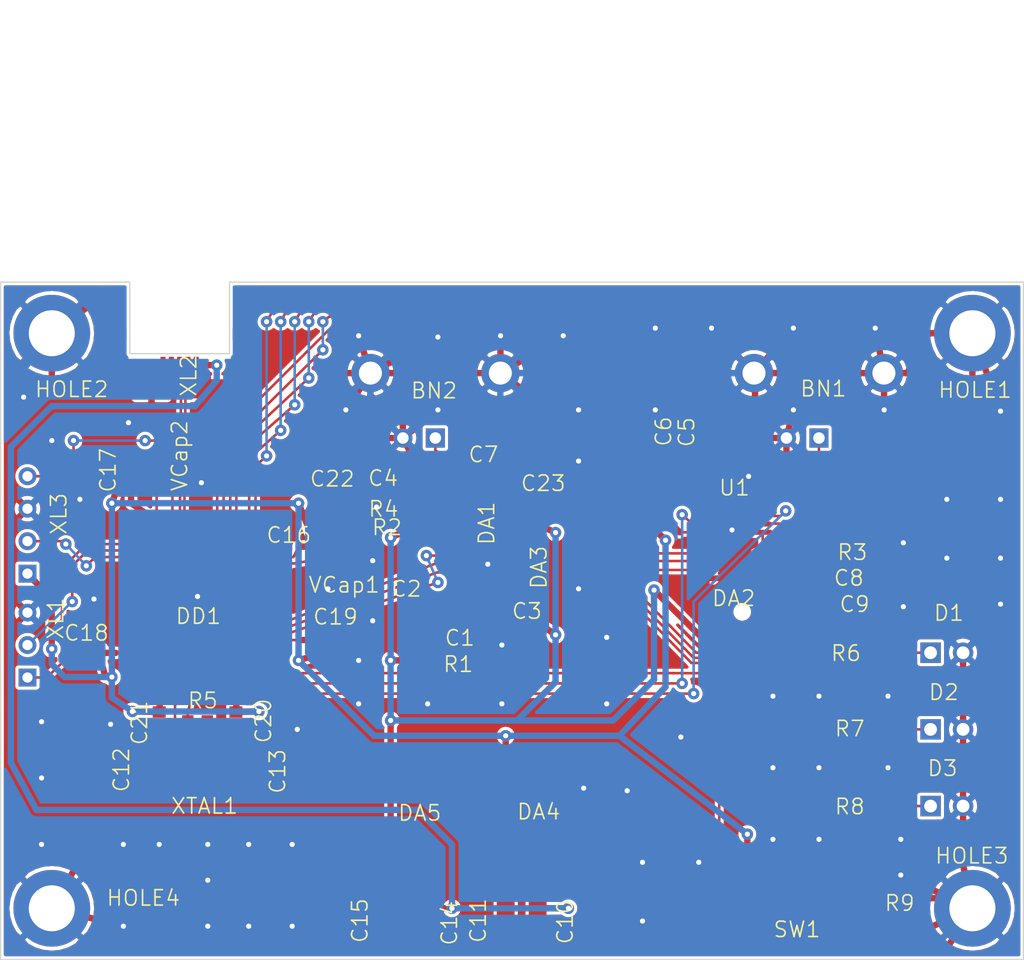
<source format=kicad_pcb>
(kicad_pcb (version 3) (host pcbnew "(2013-04-05 BZR 4064)-testing")
  (layers (15 F.Cu signal) (0 B.Cu signal) (18 B.Paste user) (19 F.Paste user) (20 B.SilkS user) (21 F.SilkS user) (22 B.Mask user) (23 F.Mask user) (28 Edge.Cuts user))
  (net 0 "")
  (net 1 +3.3V)
  (net 2 +5V)
  (net 3 /CLK)
  (net 4 /CS)
  (net 5 /CSIN)
  (net 6 /D2)
  (net 7 /DIN)
  (net 8 /DM)
  (net 9 /DOUT)
  (net 10 /DP)
  (net 11 /IN1)
  (net 12 /IN2)
  (net 13 /RX1)
  (net 14 /S1)
  (net 15 /S2_D1)
  (net 16 /SCK)
  (net 17 /SWCLK)
  (net 18 /SWDIO)
  (net 19 /TX1)
  (net 20 GND)
  (net 21 N-0000013)
  (net 22 N-0000014)
  (net 23 N-0000015)
  (net 24 N-0000016)
  (net 25 N-0000018)
  (net 26 N-0000019)
  (net 27 N-0000042)
  (net 28 N-000006)
  (net 29 N-0000064)
  (net 30 N-0000065)
  (net 31 N-0000066)
  (net 32 N-0000067)
  (net 33 N-0000068)
  (net 34 N-0000069)
  (net 35 N-0000070)
  (net 36 N-000008)
  (net 37 N-000009)
  (net 38 VAA)
  (module CRYSTAL_0503x4-4 (layer F.Cu) (at 178.4 139.2)
    (fp_text reference XTAL1 (at -2.15 3.5) (layer F.SilkS) (effects (font (size 1.2065 1.2065) (thickness 0.127)) (justify left bottom)))
    (fp_text value "" (at 0 0) (layer F.SilkS) (effects (font (size 1.2065 1.2065) (thickness 0.127)) (justify left bottom)))
    (pad 1 smd rect (at -1.8491 1.0998) (size 1.9 1.1988) (layers F.Cu F.Paste F.Mask) (net 35 N-0000070))
    (pad H smd rect (at 1.8491 1.0998) (size 1.9 1.1988) (layers F.Cu F.Paste F.Mask) (net 20 GND))
    (pad 2 smd rect (at 1.8491 -1.0998) (size 1.9 1.1988) (layers F.Cu F.Paste F.Mask) (net 34 N-0000069))
    (pad H@1 smd rect (at -1.8491 -1.0998) (size 1.9 1.1988) (layers F.Cu F.Paste F.Mask) (net 20 GND))
  )
  (module BUTTON_6x6SMD (layer F.Cu) (at 225.4 149.2 180)
    (fp_text reference SW1 (at -1.8 -1.75 180) (layer F.SilkS) (effects (font (size 1.2065 1.2065) (thickness 0.127)) (justify right top)))
    (fp_text value "" (at 0 0 180) (layer F.SilkS) (effects (font (size 1.2065 1.2065) (thickness 0.127)) (justify right top)))
    (pad 1 smd rect (at 3.8608 -2.2606 180) (size 1.6002 1.1988) (layers F.Cu F.Paste F.Mask) (net 24 N-0000016))
    (pad 2 smd rect (at 3.8608 2.2606 180) (size 1.6002 1.1988) (layers F.Cu F.Paste F.Mask) (net 1 +3.3V))
    (pad 1@1 smd rect (at -3.8608 -2.2606 180) (size 1.6002 1.1988) (layers F.Cu F.Paste F.Mask) (net 24 N-0000016))
    (pad 2@1 smd rect (at -3.8608 2.2606 180) (size 1.6002 1.1988) (layers F.Cu F.Paste F.Mask) (net 1 +3.3V))
    (pad H smd rect (at 3.8506 0 180) (size 1.6002 1.1988) (layers F.Cu F.Paste F.Mask) (net 20 GND))
  )
  (module BNC (layer F.Cu) (at 227 107 90)
    (fp_text reference BN1 (at -3.05 -1.55 180) (layer F.SilkS) (effects (font (size 1.2065 1.2065) (thickness 0.127)) (justify left bottom)))
    (fp_text value "" (at 0 0 90) (layer F.SilkS) (effects (font (size 1.2065 1.2065) (thickness 0.127)) (justify left bottom)))
    (pad H thru_hole circle (at -1.12 5.08 90) (size 3 3) (drill 1.8) (layers *.Cu *.Mask) (net 20 GND))
    (pad H@1 thru_hole circle (at -1.12 -5.08 90) (size 3 3) (drill 1.8) (layers *.Cu *.Mask) (net 20 GND))
    (pad 1 thru_hole rect (at -6.2 0 90) (size 1.5 1.5) (drill 0.9) (layers *.Cu *.Mask) (net 15 /S2_D1))
    (pad 2 thru_hole circle (at -6.2 -2.54 90) (size 1.5 1.5) (drill 0.9) (layers *.Cu *.Mask) (net 20 GND))
  )
  (module BNC (layer F.Cu) (at 197 107 90)
    (fp_text reference BN2 (at -3.2 -2 180) (layer F.SilkS) (effects (font (size 1.2065 1.2065) (thickness 0.127)) (justify left bottom)))
    (fp_text value "" (at 0 0 90) (layer F.SilkS) (effects (font (size 1.2065 1.2065) (thickness 0.127)) (justify left bottom)))
    (pad H thru_hole circle (at -1.12 5.08 90) (size 3 3) (drill 1.8) (layers *.Cu *.Mask) (net 20 GND))
    (pad H@1 thru_hole circle (at -1.12 -5.08 90) (size 3 3) (drill 1.8) (layers *.Cu *.Mask) (net 20 GND))
    (pad 1 thru_hole rect (at -6.2 0 90) (size 1.5 1.5) (drill 0.9) (layers *.Cu *.Mask) (net 28 N-000006))
    (pad 2 thru_hole circle (at -6.2 -2.54 90) (size 1.5 1.5) (drill 0.9) (layers *.Cu *.Mask) (net 20 GND))
  )
  (module RM-8 (layer F.Cu) (at 200.8 123.4 90)
    (fp_text reference DA3 (at -1.7 5 90) (layer F.SilkS) (effects (font (size 1.2065 1.2065) (thickness 0.127)) (justify left bottom)))
    (fp_text value "" (at 0 0 90) (layer F.SilkS) (effects (font (size 1.2065 1.2065) (thickness 0.127)) (justify left bottom)))
    (pad 1 smd rect (at -0.975 2.2 90) (size 0 0) (layers F.Cu F.Paste F.Mask) (net 38 VAA))
    (pad 2 smd oval (at -0.325 2.2 180) (size 1.4 0.4) (layers F.Cu F.Paste F.Mask) (net 36 N-000008))
    (pad 3 smd oval (at 0.325 2.2 180) (size 1.4 0.4) (layers F.Cu F.Paste F.Mask) (net 20 GND))
    (pad 4 smd oval (at 0.975 2.2 180) (size 1.4 0.4) (layers F.Cu F.Paste F.Mask) (net 20 GND))
    (pad 5 smd oval (at 0.975 -2.2 180) (size 1.4 0.4) (layers F.Cu F.Paste F.Mask) (net 5 /CSIN))
    (pad 6 smd oval (at 0.375 -2.2 180) (size 1.4 0.4) (layers F.Cu F.Paste F.Mask) (net 9 /DOUT))
    (pad 7 smd oval (at -0.325 -2.2 180) (size 1.4 0.4) (layers F.Cu F.Paste F.Mask) (net 16 /SCK))
    (pad 8 smd oval (at -0.975 -2.2 180) (size 1.4 0.4) (layers F.Cu F.Paste F.Mask) (net 32 N-0000067))
    (pad 1@1 smd rect (at -0.975 2.2 180) (size 1.4 0.4) (layers F.Cu F.Paste F.Mask) (net 38 VAA))
  )
  (module RM-8 (layer F.Cu) (at 220.4 119.6 90)
    (fp_text reference U1 (at 1.8 -1.3 180) (layer F.SilkS) (effects (font (size 1.2065 1.2065) (thickness 0.127)) (justify left bottom)))
    (fp_text value "" (at 0 0 90) (layer F.SilkS) (effects (font (size 1.2065 1.2065) (thickness 0.127)) (justify left bottom)))
    (pad 1 smd rect (at -0.975 2.2 90) (size 0 0) (layers F.Cu F.Paste F.Mask) (net 14 /S1))
    (pad 2 smd oval (at -0.325 2.2 180) (size 1.4 0.4) (layers F.Cu F.Paste F.Mask) (net 15 /S2_D1))
    (pad 3 smd oval (at 0.325 2.2 180) (size 1.4 0.4) (layers F.Cu F.Paste F.Mask) (net 12 /IN2))
    (pad 4 smd oval (at 0.975 2.2 180) (size 1.4 0.4) (layers F.Cu F.Paste F.Mask) (net 20 GND))
    (pad 5 smd oval (at 0.975 -2.2 180) (size 1.4 0.4) (layers F.Cu F.Paste F.Mask) (net 15 /S2_D1))
    (pad 6 smd oval (at 0.375 -2.2 180) (size 1.4 0.4) (layers F.Cu F.Paste F.Mask) (net 6 /D2))
    (pad 7 smd oval (at -0.325 -2.2 180) (size 1.4 0.4) (layers F.Cu F.Paste F.Mask) (net 11 /IN1))
    (pad 8 smd oval (at -0.975 -2.2 180) (size 1.4 0.4) (layers F.Cu F.Paste F.Mask) (net 1 +3.3V))
    (pad 1@1 smd rect (at -0.975 2.2 180) (size 1.4 0.4) (layers F.Cu F.Paste F.Mask) (net 14 /S1))
  )
  (module RM-8 (layer F.Cu) (at 220.4 123.2 90)
    (fp_text reference DA2 (at -3.25 -1.85 180) (layer F.SilkS) (effects (font (size 1.2065 1.2065) (thickness 0.127)) (justify left bottom)))
    (fp_text value "" (at 0 0 90) (layer F.SilkS) (effects (font (size 1.2065 1.2065) (thickness 0.127)) (justify left bottom)))
    (pad 1 smd rect (at -0.975 2.2 90) (size 0 0) (layers F.Cu F.Paste F.Mask) (net 38 VAA))
    (pad 2 smd oval (at -0.325 2.2 180) (size 1.4 0.4) (layers F.Cu F.Paste F.Mask) (net 38 VAA))
    (pad 3 smd oval (at 0.325 2.2 180) (size 1.4 0.4) (layers F.Cu F.Paste F.Mask) (net 14 /S1))
    (pad 4 smd oval (at 0.975 2.2 180) (size 1.4 0.4) (layers F.Cu F.Paste F.Mask) (net 14 /S1))
    (pad 5 smd oval (at 0.975 -2.2 180) (size 1.4 0.4) (layers F.Cu F.Paste F.Mask) (net 4 /CS))
    (pad 6 smd oval (at 0.375 -2.2 180) (size 1.4 0.4) (layers F.Cu F.Paste F.Mask) (net 3 /CLK))
    (pad 7 smd oval (at -0.325 -2.2 180) (size 1.4 0.4) (layers F.Cu F.Paste F.Mask) (net 7 /DIN))
    (pad 8 smd oval (at -0.975 -2.2 180) (size 1.4 0.4) (layers F.Cu F.Paste F.Mask) (net 20 GND))
    (pad 1@1 smd rect (at -0.975 2.2 180) (size 1.4 0.4) (layers F.Cu F.Paste F.Mask) (net 38 VAA))
  )
  (module USBmicro_MOLEX_WM17142 (layer F.Cu) (at 177 106.6 270)
    (fp_text reference XL2 (at 0 0 270) (layer F.SilkS) (effects (font (size 1.2065 1.2065) (thickness 0.127)) (justify right top)))
    (fp_text value "" (at 0 0 270) (layer F.SilkS) (effects (font (size 1.2065 1.2065) (thickness 0.127)) (justify right top)))
    (pad SHLD smd rect (at -3.65 -5.15 270) (size 2.5 1.5) (layers F.Cu F.Paste F.Mask) (net 20 GND))
    (pad SHLD smd rect (at -3.65 5.15 270) (size 2.5 1.5) (layers F.Cu F.Paste F.Mask) (net 20 GND))
    (pad SHLD smd rect (at 0.55 -5.15 270) (size 2.5 1.5) (layers F.Cu F.Paste F.Mask) (net 20 GND))
    (pad SHLD smd rect (at 0.55 5.15 270) (size 2.5 1.5) (layers F.Cu F.Paste F.Mask) (net 20 GND))
    (pad SHLD smd rect (at 2.75 -2.2) (size 2.5 1.5) (layers F.Cu F.Paste F.Mask) (net 20 GND))
    (pad SHLD smd rect (at 2.75 2.2) (size 2.5 1.5) (layers F.Cu F.Paste F.Mask) (net 20 GND))
    (pad 1 smd rect (at 0.875 -1.3 270) (size 1.25 0.4) (layers F.Cu F.Paste F.Mask) (net 2 +5V))
    (pad 2 smd rect (at 0.875 -0.65 270) (size 1.25 0.4) (layers F.Cu F.Paste F.Mask) (net 8 /DM))
    (pad 3 smd rect (at 0.875 0 270) (size 1.25 0.4) (layers F.Cu F.Paste F.Mask) (net 10 /DP))
    (pad 4 smd rect (at 0.875 0.65 270) (size 1.25 0.4) (layers F.Cu F.Paste F.Mask) (net 20 GND))
    (pad 5 smd rect (at 0.875 1.3 270) (size 1.25 0.4) (layers F.Cu F.Paste F.Mask) (net 20 GND))
  )
  (module SOT23-8 (layer F.Cu) (at 200.8 119.8 270)
    (fp_text reference DA1 (at -1.7 0.5 450) (layer F.SilkS) (effects (font (size 1.2065 1.2065) (thickness 0.127)) (justify right top)))
    (fp_text value "" (at 3.35 0.75 270) (layer F.SilkS) (effects (font (size 1.2065 1.2065) (thickness 0.127)) (justify right top)))
    (pad 1 smd rect (at -0.9754 1.3005 270) (size 0.4496 1.0998) (layers F.Cu F.Paste F.Mask) (net 37 N-000009))
    (pad 2 smd oval (at -0.3251 1.3005) (size 1.0998 0.4496) (layers F.Cu F.Paste F.Mask) (net 37 N-000009))
    (pad 3 smd oval (at 0.3251 1.3005) (size 1.0998 0.4496) (layers F.Cu F.Paste F.Mask) (net 23 N-0000015))
    (pad 8 smd oval (at -0.9754 -1.3005) (size 1.0998 0.4496) (layers F.Cu F.Paste F.Mask) (net 38 VAA))
    (pad 5 smd oval (at 0.9754 -1.3005) (size 1.0998 0.4496) (layers F.Cu F.Paste F.Mask) (net 37 N-000009))
    (pad 6 smd oval (at 0.3251 -1.3005) (size 1.0998 0.4496) (layers F.Cu F.Paste F.Mask) (net 36 N-000008))
    (pad 4 smd oval (at 0.9754 1.3005) (size 1.0998 0.4496) (layers F.Cu F.Paste F.Mask) (net 20 GND))
    (pad 7 smd oval (at -0.3251 -1.3005) (size 1.0998 0.4496) (layers F.Cu F.Paste F.Mask) (net 36 N-000008))
  )
  (module SOT223 (layer F.Cu) (at 202.5 142.5)
    (fp_text reference DA4 (at 0.8 0.65) (layer F.SilkS) (effects (font (size 1.2065 1.2065) (thickness 0.127)) (justify left bottom)))
    (fp_text value "" (at 0 0) (layer F.SilkS) (effects (font (size 1.2065 1.2065) (thickness 0.127)) (justify left bottom)))
    (pad PAD smd rect (at 0 -3.302) (size 3.6576 2.032) (layers F.Cu F.Paste F.Mask) (net 1 +3.3V))
    (pad 2 smd rect (at 0 3.302) (size 1.016 2.032) (layers F.Cu F.Paste F.Mask) (net 1 +3.3V))
    (pad 3 smd rect (at 2.286 3.302) (size 1.016 2.032) (layers F.Cu F.Paste F.Mask) (net 2 +5V))
    (pad 1 smd rect (at -2.286 3.302) (size 1.016 2.032) (layers F.Cu F.Paste F.Mask) (net 20 GND))
  )
  (module SOT223 (layer F.Cu) (at 193.5 142.5)
    (fp_text reference DA5 (at 0.5 0.75) (layer F.SilkS) (effects (font (size 1.2065 1.2065) (thickness 0.127)) (justify left bottom)))
    (fp_text value "" (at 0 0) (layer F.SilkS) (effects (font (size 1.2065 1.2065) (thickness 0.127)) (justify left bottom)))
    (pad PAD smd rect (at 0 -3.302) (size 3.6576 2.032) (layers F.Cu F.Paste F.Mask) (net 38 VAA))
    (pad 2 smd rect (at 0 3.302) (size 1.016 2.032) (layers F.Cu F.Paste F.Mask) (net 38 VAA))
    (pad 3 smd rect (at 2.286 3.302) (size 1.016 2.032) (layers F.Cu F.Paste F.Mask) (net 2 +5V))
    (pad 1 smd rect (at -2.286 3.302) (size 1.016 2.032) (layers F.Cu F.Paste F.Mask) (net 20 GND))
  )
  (module SIL-4 (layer F.Cu) (at 165.1 120 90)
    (fp_text reference XL3 (at -0.85 3.15 90) (layer F.SilkS) (effects (font (size 1.2065 1.2065) (thickness 0.127)) (justify left bottom)))
    (fp_text value "" (at 0 0 90) (layer F.SilkS) (effects (font (size 1.2065 1.2065) (thickness 0.127)) (justify left bottom)))
    (pad 1 thru_hole rect (at -3.81 0 90) (size 1.3996 1.3996) (drill 0.8) (layers *.Cu *.Mask) (net 1 +3.3V))
    (pad 2 thru_hole circle (at -1.27 0 90) (size 1.3995 1.3995) (drill 0.8) (layers *.Cu *.Mask) (net 17 /SWCLK))
    (pad 3 thru_hole circle (at 1.27 0 90) (size 1.3995 1.3995) (drill 0.8) (layers *.Cu *.Mask) (net 20 GND))
    (pad 4 thru_hole circle (at 3.81 0 90) (size 1.3995 1.3995) (drill 0.8) (layers *.Cu *.Mask) (net 18 /SWDIO))
  )
  (module SIL-3 (layer F.Cu) (at 165.1 129.4 90)
    (fp_text reference XL1 (at 0.35 2.9 90) (layer F.SilkS) (effects (font (size 1.2065 1.2065) (thickness 0.127)) (justify left bottom)))
    (fp_text value "" (at 0 0 90) (layer F.SilkS) (effects (font (size 1.2065 1.2065) (thickness 0.127)) (justify left bottom)))
    (pad 1 thru_hole rect (at -2.54 0 90) (size 1.397 1.397) (drill 0.8) (layers *.Cu *.Mask) (net 13 /RX1))
    (pad 2 thru_hole circle (at 0 0 90) (size 1.397 1.397) (drill 0.8) (layers *.Cu *.Mask) (net 19 /TX1))
    (pad 3 thru_hole circle (at 2.54 0 90) (size 1.397 1.397) (drill 0.8) (layers *.Cu *.Mask) (net 20 GND))
  )
  (module RES_0603 (layer F.Cu) (at 232.4 142)
    (fp_text reference R8 (at -4.25 0.75) (layer F.SilkS) (effects (font (size 1.2065 1.2065) (thickness 0.127)) (justify left bottom)))
    (fp_text value "" (at 0 0) (layer F.SilkS) (effects (font (size 1.2065 1.2065) (thickness 0.127)) (justify left bottom)))
    (pad 1 smd rect (at -0.762 0) (size 0.889 1.016) (layers F.Cu F.Paste F.Mask) (net 25 N-0000018))
    (pad 2 smd rect (at 0.762 0) (size 0.889 1.016) (layers F.Cu F.Paste F.Mask) (net 33 N-0000068))
  )
  (module RES_0603 (layer F.Cu) (at 196 118.4 180)
    (fp_text reference R4 (at 1.8 0.35 180) (layer F.SilkS) (effects (font (size 1.2065 1.2065) (thickness 0.127)) (justify right top)))
    (fp_text value "" (at 0 0 180) (layer F.SilkS) (effects (font (size 1.2065 1.2065) (thickness 0.127)) (justify right top)))
    (pad 1 smd rect (at -0.762 0 180) (size 0.889 1.016) (layers F.Cu F.Paste F.Mask) (net 23 N-0000015))
    (pad 2 smd rect (at 0.762 0 180) (size 0.889 1.016) (layers F.Cu F.Paste F.Mask) (net 20 GND))
  )
  (module RES_0603 (layer F.Cu) (at 196 120.2)
    (fp_text reference R2 (at -4.05 0.7) (layer F.SilkS) (effects (font (size 1.2065 1.2065) (thickness 0.127)) (justify left bottom)))
    (fp_text value "" (at 0 0) (layer F.SilkS) (effects (font (size 1.2065 1.2065) (thickness 0.127)) (justify left bottom)))
    (pad 1 smd rect (at -0.762 0) (size 0.889 1.016) (layers F.Cu F.Paste F.Mask) (net 38 VAA))
    (pad 2 smd rect (at 0.762 0) (size 0.889 1.016) (layers F.Cu F.Paste F.Mask) (net 23 N-0000015))
  )
  (module RES_0603 (layer F.Cu) (at 232.4 130)
    (fp_text reference R6 (at -4.55 0.75) (layer F.SilkS) (effects (font (size 1.2065 1.2065) (thickness 0.127)) (justify left bottom)))
    (fp_text value "" (at 0 0) (layer F.SilkS) (effects (font (size 1.2065 1.2065) (thickness 0.127)) (justify left bottom)))
    (pad 1 smd rect (at -0.762 0) (size 0.889 1.016) (layers F.Cu F.Paste F.Mask) (net 27 N-0000042))
    (pad 2 smd rect (at 0.762 0) (size 0.889 1.016) (layers F.Cu F.Paste F.Mask) (net 31 N-0000066))
  )
  (module RES_0603 (layer F.Cu) (at 196 130.6 180)
    (fp_text reference R1 (at -4.05 0.4 180) (layer F.SilkS) (effects (font (size 1.2065 1.2065) (thickness 0.127)) (justify right top)))
    (fp_text value "" (at 0 0 180) (layer F.SilkS) (effects (font (size 1.2065 1.2065) (thickness 0.127)) (justify right top)))
    (pad 1 smd rect (at -0.762 0 180) (size 0.889 1.016) (layers F.Cu F.Paste F.Mask) (net 32 N-0000067))
    (pad 2 smd rect (at 0.762 0 180) (size 0.889 1.016) (layers F.Cu F.Paste F.Mask) (net 38 VAA))
  )
  (module RES_0603 (layer F.Cu) (at 226.6 122.2)
    (fp_text reference R3 (at 1.75 0.65) (layer F.SilkS) (effects (font (size 1.2065 1.2065) (thickness 0.127)) (justify left bottom)))
    (fp_text value "" (at 0 0) (layer F.SilkS) (effects (font (size 1.2065 1.2065) (thickness 0.127)) (justify left bottom)))
    (pad 1 smd rect (at -0.762 0) (size 0.889 1.016) (layers F.Cu F.Paste F.Mask) (net 14 /S1))
    (pad 2 smd rect (at 0.762 0) (size 0.889 1.016) (layers F.Cu F.Paste F.Mask) (net 15 /S2_D1))
  )
  (module RES_0603 (layer F.Cu) (at 233.4 151.4)
    (fp_text reference R9 (at -1.35 -1.1) (layer F.SilkS) (effects (font (size 1.2065 1.2065) (thickness 0.127)) (justify left bottom)))
    (fp_text value "" (at 0 0) (layer F.SilkS) (effects (font (size 1.2065 1.2065) (thickness 0.127)) (justify left bottom)))
    (pad 1 smd rect (at -0.762 0) (size 0.889 1.016) (layers F.Cu F.Paste F.Mask) (net 24 N-0000016))
    (pad 2 smd rect (at 0.762 0) (size 0.889 1.016) (layers F.Cu F.Paste F.Mask) (net 20 GND))
  )
  (module RES_0603 (layer F.Cu) (at 178.4 135.4)
    (fp_text reference R5 (at -0.85 -0.95 180) (layer F.SilkS) (effects (font (size 1.2065 1.2065) (thickness 0.127)) (justify left bottom)))
    (fp_text value "" (at 0 0) (layer F.SilkS) (effects (font (size 1.2065 1.2065) (thickness 0.127)) (justify left bottom)))
    (pad 1 smd rect (at -0.762 0) (size 0.889 1.016) (layers F.Cu F.Paste F.Mask) (net 21 N-0000013))
    (pad 2 smd rect (at 0.762 0) (size 0.889 1.016) (layers F.Cu F.Paste F.Mask) (net 34 N-0000069))
  )
  (module RES_0603 (layer F.Cu) (at 232.4 136)
    (fp_text reference R7 (at -4.25 0.65) (layer F.SilkS) (effects (font (size 1.2065 1.2065) (thickness 0.127)) (justify left bottom)))
    (fp_text value "" (at 0 0) (layer F.SilkS) (effects (font (size 1.2065 1.2065) (thickness 0.127)) (justify left bottom)))
    (pad 1 smd rect (at -0.762 0) (size 0.889 1.016) (layers F.Cu F.Paste F.Mask) (net 30 N-0000065))
    (pad 2 smd rect (at 0.762 0) (size 0.889 1.016) (layers F.Cu F.Paste F.Mask) (net 26 N-0000019))
  )
  (module RES_0603 (layer F.Cu) (at 189 129)
    (fp_text reference C19 (at -1.65 -1.1) (layer F.SilkS) (effects (font (size 1.2065 1.2065) (thickness 0.127)) (justify left bottom)))
    (fp_text value "" (at 0 0) (layer F.SilkS) (effects (font (size 1.2065 1.2065) (thickness 0.127)) (justify left bottom)))
    (pad 1 smd rect (at -0.762 0) (size 0.889 1.016) (layers F.Cu F.Paste F.Mask) (net 1 +3.3V))
    (pad 2 smd rect (at 0.762 0) (size 0.889 1.016) (layers F.Cu F.Paste F.Mask) (net 20 GND))
  )
  (module RES_0603 (layer F.Cu) (at 215 116 90)
    (fp_text reference C6 (at 2.05 0.55 90) (layer F.SilkS) (effects (font (size 1.2065 1.2065) (thickness 0.127)) (justify left bottom)))
    (fp_text value "" (at 0 0 90) (layer F.SilkS) (effects (font (size 1.2065 1.2065) (thickness 0.127)) (justify left bottom)))
    (pad 1 smd rect (at -0.762 0 90) (size 0.889 1.016) (layers F.Cu F.Paste F.Mask) (net 1 +3.3V))
    (pad 2 smd rect (at 0.762 0 90) (size 0.889 1.016) (layers F.Cu F.Paste F.Mask) (net 20 GND))
  )
  (module RES_0603 (layer F.Cu) (at 216.8 116 90)
    (fp_text reference C5 (at 2 0.55 90) (layer F.SilkS) (effects (font (size 1.2065 1.2065) (thickness 0.127)) (justify left bottom)))
    (fp_text value "" (at 0 0 90) (layer F.SilkS) (effects (font (size 1.2065 1.2065) (thickness 0.127)) (justify left bottom)))
    (pad 1 smd rect (at -0.762 0 90) (size 0.889 1.016) (layers F.Cu F.Paste F.Mask) (net 6 /D2))
    (pad 2 smd rect (at 0.762 0 90) (size 0.889 1.016) (layers F.Cu F.Paste F.Mask) (net 20 GND))
  )
  (module RES_0603 (layer F.Cu) (at 196 128.8)
    (fp_text reference C1 (at 1.65 0.75) (layer F.SilkS) (effects (font (size 1.2065 1.2065) (thickness 0.127)) (justify left bottom)))
    (fp_text value "" (at 0 0) (layer F.SilkS) (effects (font (size 1.2065 1.2065) (thickness 0.127)) (justify left bottom)))
    (pad 1 smd rect (at -0.762 0) (size 0.889 1.016) (layers F.Cu F.Paste F.Mask) (net 20 GND))
    (pad 2 smd rect (at 0.762 0) (size 0.889 1.016) (layers F.Cu F.Paste F.Mask) (net 32 N-0000067))
  )
  (module RES_0603 (layer F.Cu) (at 226.6 124 180)
    (fp_text reference C8 (at -4 0.55 180) (layer F.SilkS) (effects (font (size 1.2065 1.2065) (thickness 0.127)) (justify right top)))
    (fp_text value "" (at 0 0 180) (layer F.SilkS) (effects (font (size 1.2065 1.2065) (thickness 0.127)) (justify right top)))
    (pad 1 smd rect (at -0.762 0 180) (size 0.889 1.016) (layers F.Cu F.Paste F.Mask) (net 20 GND))
    (pad 2 smd rect (at 0.762 0 180) (size 0.889 1.016) (layers F.Cu F.Paste F.Mask) (net 38 VAA))
  )
  (module RES_0603 (layer F.Cu) (at 182.6 139.2 270)
    (fp_text reference C13 (at -1.75 -1.35 270) (layer F.SilkS) (effects (font (size 1.2065 1.2065) (thickness 0.127)) (justify right top)))
    (fp_text value "" (at 0 0 270) (layer F.SilkS) (effects (font (size 1.2065 1.2065) (thickness 0.127)) (justify right top)))
    (pad 1 smd rect (at -0.762 0 270) (size 0.889 1.016) (layers F.Cu F.Paste F.Mask) (net 34 N-0000069))
    (pad 2 smd rect (at 0.762 0 270) (size 0.889 1.016) (layers F.Cu F.Paste F.Mask) (net 20 GND))
  )
  (module RES_0603 (layer F.Cu) (at 174.2 139.2 90)
    (fp_text reference C12 (at -1.8 -1.05 90) (layer F.SilkS) (effects (font (size 1.2065 1.2065) (thickness 0.127)) (justify left bottom)))
    (fp_text value "" (at 0 0 90) (layer F.SilkS) (effects (font (size 1.2065 1.2065) (thickness 0.127)) (justify left bottom)))
    (pad 1 smd rect (at -0.762 0 90) (size 0.889 1.016) (layers F.Cu F.Paste F.Mask) (net 35 N-0000070))
    (pad 2 smd rect (at 0.762 0 90) (size 0.889 1.016) (layers F.Cu F.Paste F.Mask) (net 20 GND))
  )
  (module RES_0603 (layer F.Cu) (at 189 122.8)
    (fp_text reference VCap1 (at -2 2.6) (layer F.SilkS) (effects (font (size 1.2065 1.2065) (thickness 0.127)) (justify left bottom)))
    (fp_text value "" (at 0 0) (layer F.SilkS) (effects (font (size 1.2065 1.2065) (thickness 0.127)) (justify left bottom)))
    (pad 1 smd rect (at -0.762 0) (size 0.889 1.016) (layers F.Cu F.Paste F.Mask) (net 22 N-0000014))
    (pad 2 smd rect (at 0.762 0) (size 0.889 1.016) (layers F.Cu F.Paste F.Mask) (net 20 GND))
  )
  (module RES_0603 (layer F.Cu) (at 175.2 115.8 90)
    (fp_text reference VCap2 (at -1.65 2.5 90) (layer F.SilkS) (effects (font (size 1.2065 1.2065) (thickness 0.127)) (justify left bottom)))
    (fp_text value "" (at 0 0 90) (layer F.SilkS) (effects (font (size 1.2065 1.2065) (thickness 0.127)) (justify left bottom)))
    (pad 1 smd rect (at -0.762 0 90) (size 0.889 1.016) (layers F.Cu F.Paste F.Mask) (net 29 N-0000064))
    (pad 2 smd rect (at 0.762 0 90) (size 0.889 1.016) (layers F.Cu F.Paste F.Mask) (net 20 GND))
  )
  (module RES_0603 (layer F.Cu) (at 189 120.8)
    (fp_text reference C16 (at -5.3 0.7) (layer F.SilkS) (effects (font (size 1.2065 1.2065) (thickness 0.127)) (justify left bottom)))
    (fp_text value "" (at 0 0) (layer F.SilkS) (effects (font (size 1.2065 1.2065) (thickness 0.127)) (justify left bottom)))
    (pad 1 smd rect (at -0.762 0) (size 0.889 1.016) (layers F.Cu F.Paste F.Mask) (net 1 +3.3V))
    (pad 2 smd rect (at 0.762 0) (size 0.889 1.016) (layers F.Cu F.Paste F.Mask) (net 20 GND))
  )
  (module RES_0603 (layer F.Cu) (at 173.2 115.9 90)
    (fp_text reference C17 (at -1.65 -1.1 90) (layer F.SilkS) (effects (font (size 1.2065 1.2065) (thickness 0.127)) (justify left bottom)))
    (fp_text value "" (at 0 0 90) (layer F.SilkS) (effects (font (size 1.2065 1.2065) (thickness 0.127)) (justify left bottom)))
    (pad 1 smd rect (at -0.762 0 90) (size 0.889 1.016) (layers F.Cu F.Paste F.Mask) (net 1 +3.3V))
    (pad 2 smd rect (at 0.762 0 90) (size 0.889 1.016) (layers F.Cu F.Paste F.Mask) (net 20 GND))
  )
  (module RES_0603 (layer F.Cu) (at 169.9 130 180)
    (fp_text reference C18 (at -1.65 2.25 180) (layer F.SilkS) (effects (font (size 1.2065 1.2065) (thickness 0.127)) (justify right top)))
    (fp_text value "" (at -0.15 1.3 180) (layer F.SilkS) (effects (font (size 1.2065 1.2065) (thickness 0.127)) (justify right top)))
    (pad 1 smd rect (at -0.762 0 180) (size 0.889 1.016) (layers F.Cu F.Paste F.Mask) (net 1 +3.3V))
    (pad 2 smd rect (at 0.762 0 180) (size 0.889 1.016) (layers F.Cu F.Paste F.Mask) (net 20 GND))
  )
  (module RES_0603 (layer F.Cu) (at 175.4 135.4 270)
    (fp_text reference C21 (at -1.75 2.25 270) (layer F.SilkS) (effects (font (size 1.2065 1.2065) (thickness 0.127)) (justify right top)))
    (fp_text value "" (at 0 0 270) (layer F.SilkS) (effects (font (size 1.2065 1.2065) (thickness 0.127)) (justify right top)))
    (pad 1 smd rect (at -0.762 0 270) (size 0.889 1.016) (layers F.Cu F.Paste F.Mask) (net 1 +3.3V))
    (pad 2 smd rect (at 0.762 0 270) (size 0.889 1.016) (layers F.Cu F.Paste F.Mask) (net 20 GND))
  )
  (module RES_0603 (layer F.Cu) (at 181.4 135.4 270)
    (fp_text reference C20 (at -1.9 -1.45 270) (layer F.SilkS) (effects (font (size 1.2065 1.2065) (thickness 0.127)) (justify right top)))
    (fp_text value "" (at 0 0 270) (layer F.SilkS) (effects (font (size 1.2065 1.2065) (thickness 0.127)) (justify right top)))
    (pad 1 smd rect (at -0.762 0 270) (size 0.889 1.016) (layers F.Cu F.Paste F.Mask) (net 1 +3.3V))
    (pad 2 smd rect (at 0.762 0 270) (size 0.889 1.016) (layers F.Cu F.Paste F.Mask) (net 20 GND))
  )
  (module LQFP64 (layer F.Cu) (at 179.188 126.263 90)
    (fp_text reference DD1 (at -1.587 -2.588 180) (layer F.SilkS) (effects (font (size 1.2065 1.2065) (thickness 0.127)) (justify left bottom)))
    (fp_text value "" (at 0 0 90) (layer F.SilkS) (effects (font (size 1.2065 1.2065) (thickness 0.127)) (justify left bottom)))
    (pad 1 smd rect (at -5.748 -3.749 90) (size 1.1988 0.2998) (layers F.Cu F.Paste F.Mask) (net 1 +3.3V))
    (pad 2 smd oval (at -5.748 -3.2512 90) (size 1.1989 0.2997) (layers F.Cu F.Paste F.Mask))
    (pad 3 smd oval (at -5.748 -2.7508 90) (size 1.1989 0.2997) (layers F.Cu F.Paste F.Mask))
    (pad 4 smd oval (at -5.748 -2.2504 90) (size 1.1989 0.2997) (layers F.Cu F.Paste F.Mask))
    (pad 5 smd oval (at -5.748 -1.7501 90) (size 1.1989 0.2997) (layers F.Cu F.Paste F.Mask) (net 35 N-0000070))
    (pad 6 smd oval (at -5.748 -1.2497 90) (size 1.1989 0.2997) (layers F.Cu F.Paste F.Mask) (net 21 N-0000013))
    (pad 7 smd oval (at -5.748 -0.7493 90) (size 1.1989 0.2997) (layers F.Cu F.Paste F.Mask))
    (pad 8 smd oval (at -5.748 -0.2489 90) (size 1.1989 0.2997) (layers F.Cu F.Paste F.Mask) (net 11 /IN1))
    (pad 9 smd oval (at -5.7506 0.2464 90) (size 1.1989 0.2997) (layers F.Cu F.Paste F.Mask) (net 12 /IN2))
    (pad 10 smd oval (at -5.7506 0.7468 90) (size 1.1989 0.2997) (layers F.Cu F.Paste F.Mask))
    (pad 11 smd oval (at -5.7506 1.2471 90) (size 1.1989 0.2997) (layers F.Cu F.Paste F.Mask))
    (pad 12 smd oval (at -5.7531 1.7475 90) (size 1.1989 0.2997) (layers F.Cu F.Paste F.Mask) (net 20 GND))
    (pad 13 smd oval (at -5.7506 2.2504 90) (size 1.1989 0.2997) (layers F.Cu F.Paste F.Mask) (net 1 +3.3V))
    (pad 14 smd oval (at -5.7506 2.7508 90) (size 1.1989 0.2997) (layers F.Cu F.Paste F.Mask))
    (pad 15 smd oval (at -5.7506 3.2512 90) (size 1.1989 0.2997) (layers F.Cu F.Paste F.Mask))
    (pad 16 smd oval (at -5.7506 3.749 90) (size 1.1989 0.2997) (layers F.Cu F.Paste F.Mask))
    (pad 17 smd oval (at -3.749 5.748 180) (size 1.1989 0.2997) (layers F.Cu F.Paste F.Mask))
    (pad 18 smd oval (at -3.2487 5.748 180) (size 1.1989 0.2997) (layers F.Cu F.Paste F.Mask) (net 20 GND))
    (pad 19 smd oval (at -2.7483 5.748 180) (size 1.1989 0.2997) (layers F.Cu F.Paste F.Mask) (net 1 +3.3V))
    (pad 20 smd oval (at -2.2504 5.748 180) (size 1.1989 0.2997) (layers F.Cu F.Paste F.Mask) (net 5 /CSIN))
    (pad 21 smd oval (at -1.7501 5.748 180) (size 1.1989 0.2997) (layers F.Cu F.Paste F.Mask) (net 16 /SCK))
    (pad 22 smd oval (at -1.2497 5.748 180) (size 1.1989 0.2997) (layers F.Cu F.Paste F.Mask) (net 9 /DOUT))
    (pad 23 smd oval (at -0.7518 5.748 180) (size 1.1989 0.2997) (layers F.Cu F.Paste F.Mask))
    (pad 24 smd oval (at -0.2515 5.748 180) (size 1.1989 0.2997) (layers F.Cu F.Paste F.Mask))
    (pad 33 smd oval (at 5.7531 3.749 90) (size 1.1989 0.2997) (layers F.Cu F.Paste F.Mask) (net 4 /CS))
    (pad 34 smd oval (at 5.7531 3.2487 90) (size 1.1989 0.2997) (layers F.Cu F.Paste F.Mask) (net 3 /CLK))
    (pad 35 smd oval (at 5.7531 2.7483 90) (size 1.1989 0.2997) (layers F.Cu F.Paste F.Mask))
    (pad 36 smd oval (at 5.7531 2.2479 90) (size 1.1989 0.2997) (layers F.Cu F.Paste F.Mask) (net 7 /DIN))
    (pad 25 smd oval (at 0.2489 5.7506 180) (size 1.1989 0.2997) (layers F.Cu F.Paste F.Mask))
    (pad 26 smd oval (at 0.7493 5.7506 180) (size 1.1989 0.2997) (layers F.Cu F.Paste F.Mask))
    (pad 27 smd oval (at 1.2497 5.7506 180) (size 1.1989 0.2997) (layers F.Cu F.Paste F.Mask))
    (pad 28 smd oval (at 1.7501 5.7506 180) (size 1.1989 0.2997) (layers F.Cu F.Paste F.Mask))
    (pad 29 smd oval (at 2.2504 5.7506 180) (size 1.1989 0.2997) (layers F.Cu F.Paste F.Mask))
    (pad 30 smd oval (at 2.7508 5.7506 180) (size 1.1989 0.2997) (layers F.Cu F.Paste F.Mask))
    (pad 31 smd oval (at 3.2512 5.7506 180) (size 1.1989 0.2997) (layers F.Cu F.Paste F.Mask) (net 22 N-0000014))
    (pad 32 smd oval (at 3.749 5.7506 180) (size 1.1989 0.2997) (layers F.Cu F.Paste F.Mask) (net 1 +3.3V))
    (pad 37 smd oval (at 5.7506 1.7501 90) (size 1.1989 0.2997) (layers F.Cu F.Paste F.Mask) (net 27 N-0000042))
    (pad 38 smd oval (at 5.7506 1.2497 90) (size 1.1989 0.2997) (layers F.Cu F.Paste F.Mask) (net 30 N-0000065))
    (pad 39 smd oval (at 5.7506 0.7493 90) (size 1.1989 0.2997) (layers F.Cu F.Paste F.Mask) (net 25 N-0000018))
    (pad 40 smd oval (at 5.7506 0.2489 90) (size 1.1989 0.2997) (layers F.Cu F.Paste F.Mask))
    (pad 41 smd oval (at 5.7506 -0.2489 90) (size 1.1989 0.2997) (layers F.Cu F.Paste F.Mask))
    (pad 42 smd oval (at 5.7506 -0.7493 90) (size 1.1989 0.2997) (layers F.Cu F.Paste F.Mask) (net 19 /TX1))
    (pad 43 smd oval (at 5.7506 -1.2497 90) (size 1.1989 0.2997) (layers F.Cu F.Paste F.Mask) (net 13 /RX1))
    (pad 44 smd oval (at 5.7506 -1.7501 90) (size 1.1989 0.2997) (layers F.Cu F.Paste F.Mask) (net 8 /DM))
    (pad 45 smd oval (at 5.7506 -2.2504 90) (size 1.1989 0.2997) (layers F.Cu F.Paste F.Mask) (net 10 /DP))
    (pad 46 smd oval (at 5.7506 -2.7508 90) (size 1.1989 0.2997) (layers F.Cu F.Paste F.Mask) (net 18 /SWDIO))
    (pad 47 smd oval (at 5.7506 -3.2512 90) (size 1.1989 0.2997) (layers F.Cu F.Paste F.Mask) (net 29 N-0000064))
    (pad 48 smd oval (at 5.7506 -3.749 90) (size 1.1989 0.2997) (layers F.Cu F.Paste F.Mask) (net 1 +3.3V))
    (pad 49 smd oval (at 3.749 -5.7506 180) (size 1.1989 0.2997) (layers F.Cu F.Paste F.Mask) (net 17 /SWCLK))
    (pad 50 smd oval (at 3.2512 -5.7506 180) (size 1.1989 0.2997) (layers F.Cu F.Paste F.Mask))
    (pad 51 smd oval (at 2.7508 -5.7506 180) (size 1.1989 0.2997) (layers F.Cu F.Paste F.Mask))
    (pad 52 smd oval (at 2.2504 -5.7506 180) (size 1.1989 0.2997) (layers F.Cu F.Paste F.Mask))
    (pad 53 smd oval (at 1.7501 -5.7506 180) (size 1.1989 0.2997) (layers F.Cu F.Paste F.Mask))
    (pad 54 smd oval (at 1.2497 -5.7506 180) (size 1.1989 0.2997) (layers F.Cu F.Paste F.Mask))
    (pad 55 smd oval (at 0.7493 -5.7506 180) (size 1.1989 0.2997) (layers F.Cu F.Paste F.Mask))
    (pad 56 smd oval (at 0.2489 -5.7506 180) (size 1.1989 0.2997) (layers F.Cu F.Paste F.Mask))
    (pad 57 smd oval (at -0.2489 -5.7506 180) (size 1.1989 0.2997) (layers F.Cu F.Paste F.Mask))
    (pad 58 smd oval (at -0.7493 -5.7506 180) (size 1.1989 0.2997) (layers F.Cu F.Paste F.Mask))
    (pad 59 smd oval (at -1.2497 -5.7506 180) (size 1.1989 0.2997) (layers F.Cu F.Paste F.Mask))
    (pad 60 smd oval (at -1.7501 -5.7506 180) (size 1.1989 0.2997) (layers F.Cu F.Paste F.Mask) (net 24 N-0000016))
    (pad 61 smd oval (at -2.2504 -5.7506 180) (size 1.1989 0.2997) (layers F.Cu F.Paste F.Mask))
    (pad 62 smd oval (at -2.7508 -5.7506 180) (size 1.1989 0.2997) (layers F.Cu F.Paste F.Mask))
    (pad 63 smd oval (at -3.2512 -5.7506 180) (size 1.1989 0.2997) (layers F.Cu F.Paste F.Mask) (net 20 GND))
    (pad 64 smd oval (at -3.749 -5.7506 180) (size 1.1989 0.2997) (layers F.Cu F.Paste F.Mask) (net 1 +3.3V))
  )
  (module LED-5MM (layer F.Cu) (at 237 136)
    (fp_text reference D2 (at -1.5 -2.2) (layer F.SilkS) (effects (font (size 1.2065 1.2065) (thickness 0.127)) (justify left bottom)))
    (fp_text value "" (at 0 0) (layer F.SilkS) (effects (font (size 1.2065 1.2065) (thickness 0.127)) (justify left bottom)))
    (pad A thru_hole rect (at -1.27 0) (size 1.6 1.6) (drill 1) (layers *.Cu *.Mask) (net 26 N-0000019))
    (pad C thru_hole circle (at 1.27 0) (size 1.6 1.6) (drill 1) (layers *.Cu *.Mask) (net 20 GND))
  )
  (module LED-5MM (layer F.Cu) (at 237 130)
    (fp_text reference D1 (at -1.1 -2.4) (layer F.SilkS) (effects (font (size 1.2065 1.2065) (thickness 0.127)) (justify left bottom)))
    (fp_text value "" (at 0 0) (layer F.SilkS) (effects (font (size 1.2065 1.2065) (thickness 0.127)) (justify left bottom)))
    (pad A thru_hole rect (at -1.27 0) (size 1.6 1.6) (drill 1) (layers *.Cu *.Mask) (net 31 N-0000066))
    (pad C thru_hole circle (at 1.27 0) (size 1.6 1.6) (drill 1) (layers *.Cu *.Mask) (net 20 GND))
  )
  (module LED-5MM (layer F.Cu) (at 237 142)
    (fp_text reference D3 (at -1.6 -2.25) (layer F.SilkS) (effects (font (size 1.2065 1.2065) (thickness 0.127)) (justify left bottom)))
    (fp_text value "" (at 0 0) (layer F.SilkS) (effects (font (size 1.2065 1.2065) (thickness 0.127)) (justify left bottom)))
    (pad A thru_hole rect (at -1.27 0) (size 1.6 1.6) (drill 1) (layers *.Cu *.Mask) (net 33 N-0000068))
    (pad C thru_hole circle (at 1.27 0) (size 1.6 1.6) (drill 1) (layers *.Cu *.Mask) (net 20 GND))
  )
  (module Hole3_5_out6mm (layer F.Cu) (at 239 105)
    (fp_text reference HOLE1 (at -2.75 5.15) (layer F.SilkS) (effects (font (size 1.2065 1.2065) (thickness 0.127)) (justify left bottom)))
    (fp_text value "" (at 0 0) (layer F.SilkS) (effects (font (size 1.2065 1.2065) (thickness 0.127)) (justify left bottom)))
    (pad Hle thru_hole circle (at 0 0) (size 5.9995 5.9995) (drill 3.6) (layers *.Cu *.Mask) (net 20 GND))
  )
  (module Hole3_5_out6mm (layer F.Cu) (at 239 150)
    (fp_text reference HOLE3 (at -3 -3.4) (layer F.SilkS) (effects (font (size 1.2065 1.2065) (thickness 0.127)) (justify left bottom)))
    (fp_text value "" (at 0 0) (layer F.SilkS) (effects (font (size 1.2065 1.2065) (thickness 0.127)) (justify left bottom)))
    (pad Hle thru_hole circle (at 0 0) (size 5.9995 5.9995) (drill 3.6) (layers *.Cu *.Mask) (net 20 GND))
  )
  (module Hole3_5_out6mm (layer F.Cu) (at 167 150)
    (fp_text reference HOLE4 (at 4.2 -0.1) (layer F.SilkS) (effects (font (size 1.2065 1.2065) (thickness 0.127)) (justify left bottom)))
    (fp_text value "" (at 0 0) (layer F.SilkS) (effects (font (size 1.2065 1.2065) (thickness 0.127)) (justify left bottom)))
    (pad Hle thru_hole circle (at 0 0) (size 5.9995 5.9995) (drill 3.6) (layers *.Cu *.Mask) (net 20 GND))
  )
  (module Hole3_5_out6mm (layer F.Cu) (at 167 105)
    (fp_text reference HOLE2 (at -1.4 5.1) (layer F.SilkS) (effects (font (size 1.2065 1.2065) (thickness 0.127)) (justify left bottom)))
    (fp_text value "" (at 0 0) (layer F.SilkS) (effects (font (size 1.2065 1.2065) (thickness 0.127)) (justify left bottom)))
    (pad Hle thru_hole circle (at 0 0) (size 5.9995 5.9995) (drill 3.6) (layers *.Cu *.Mask) (net 20 GND))
  )
  (module CAP_0805 (layer F.Cu) (at 200.6 116.4)
    (fp_text reference C7 (at -1.1 -1.2 180) (layer F.SilkS) (effects (font (size 1.2065 1.2065) (thickness 0.127)) (justify left bottom)))
    (fp_text value "" (at 0 0) (layer F.SilkS) (effects (font (size 1.2065 1.2065) (thickness 0.127)) (justify left bottom)))
    (pad 1 smd rect (at -1.016 0) (size 1.143 1.397) (layers F.Cu F.Paste F.Mask) (net 28 N-000006))
    (pad 2 smd rect (at 1.016 0) (size 1.143 1.397) (layers F.Cu F.Paste F.Mask) (net 36 N-000008))
  )
  (module CAP_0805 (layer F.Cu) (at 189 118.6)
    (fp_text reference C22 (at -1.9 -1.5) (layer F.SilkS) (effects (font (size 1.2065 1.2065) (thickness 0.127)) (justify left bottom)))
    (fp_text value "" (at 0 0) (layer F.SilkS) (effects (font (size 1.2065 1.2065) (thickness 0.127)) (justify left bottom)))
    (pad 1 smd rect (at -1.016 0) (size 1.143 1.397) (layers F.Cu F.Paste F.Mask) (net 1 +3.3V))
    (pad 2 smd rect (at 1.016 0) (size 1.143 1.397) (layers F.Cu F.Paste F.Mask) (net 20 GND))
  )
  (module CAP_0805 (layer F.Cu) (at 196 116.4)
    (fp_text reference C4 (at -4.35 0.65) (layer F.SilkS) (effects (font (size 1.2065 1.2065) (thickness 0.127)) (justify left bottom)))
    (fp_text value "" (at 0 0) (layer F.SilkS) (effects (font (size 1.2065 1.2065) (thickness 0.127)) (justify left bottom)))
    (pad 1 smd rect (at -1.016 0) (size 1.143 1.397) (layers F.Cu F.Paste F.Mask) (net 20 GND))
    (pad 2 smd rect (at 1.016 0) (size 1.143 1.397) (layers F.Cu F.Paste F.Mask) (net 23 N-0000015))
  )
  (module CAP_0805 (layer F.Cu) (at 196 151 90)
    (fp_text reference C14 (at -2 2.8 90) (layer F.SilkS) (effects (font (size 1.2065 1.2065) (thickness 0.127)) (justify left bottom)))
    (fp_text value "" (at 0 0 90) (layer F.SilkS) (effects (font (size 1.2065 1.2065) (thickness 0.127)) (justify left bottom)))
    (pad 1 smd rect (at -1.016 0 90) (size 1.143 1.397) (layers F.Cu F.Paste F.Mask) (net 20 GND))
    (pad 2 smd rect (at 1.016 0 90) (size 1.143 1.397) (layers F.Cu F.Paste F.Mask) (net 2 +5V))
  )
  (module CAP_0805 (layer F.Cu) (at 193.5 151 90)
    (fp_text reference C15 (at -1.8 -1.7 90) (layer F.SilkS) (effects (font (size 1.2065 1.2065) (thickness 0.127)) (justify left bottom)))
    (fp_text value "" (at 0 0 90) (layer F.SilkS) (effects (font (size 1.2065 1.2065) (thickness 0.127)) (justify left bottom)))
    (pad 1 smd rect (at -1.016 0 90) (size 1.143 1.397) (layers F.Cu F.Paste F.Mask) (net 20 GND))
    (pad 2 smd rect (at 1.016 0 90) (size 1.143 1.397) (layers F.Cu F.Paste F.Mask) (net 38 VAA))
  )
  (module CAP_0805 (layer F.Cu) (at 202.5 151 90)
    (fp_text reference C11 (at -1.8 -1.45 90) (layer F.SilkS) (effects (font (size 1.2065 1.2065) (thickness 0.127)) (justify left bottom)))
    (fp_text value "" (at 0 0 90) (layer F.SilkS) (effects (font (size 1.2065 1.2065) (thickness 0.127)) (justify left bottom)))
    (pad 1 smd rect (at -1.016 0 90) (size 1.143 1.397) (layers F.Cu F.Paste F.Mask) (net 20 GND))
    (pad 2 smd rect (at 1.016 0 90) (size 1.143 1.397) (layers F.Cu F.Paste F.Mask) (net 1 +3.3V))
  )
  (module CAP_0805 (layer F.Cu) (at 205 151 90)
    (fp_text reference C10 (at -1.9 2.85 90) (layer F.SilkS) (effects (font (size 1.2065 1.2065) (thickness 0.127)) (justify left bottom)))
    (fp_text value "" (at 0 0 90) (layer F.SilkS) (effects (font (size 1.2065 1.2065) (thickness 0.127)) (justify left bottom)))
    (pad 1 smd rect (at -1.016 0 90) (size 1.143 1.397) (layers F.Cu F.Paste F.Mask) (net 20 GND))
    (pad 2 smd rect (at 1.016 0 90) (size 1.143 1.397) (layers F.Cu F.Paste F.Mask) (net 2 +5V))
  )
  (module CAP_0805 (layer F.Cu) (at 200.8 126.8)
    (fp_text reference C3 (at 2.1 0.65) (layer F.SilkS) (effects (font (size 1.2065 1.2065) (thickness 0.127)) (justify left bottom)))
    (fp_text value "" (at 0 0) (layer F.SilkS) (effects (font (size 1.2065 1.2065) (thickness 0.127)) (justify left bottom)))
    (pad 1 smd rect (at -1.016 0) (size 1.143 1.397) (layers F.Cu F.Paste F.Mask) (net 20 GND))
    (pad 2 smd rect (at 1.016 0) (size 1.143 1.397) (layers F.Cu F.Paste F.Mask) (net 38 VAA))
  )
  (module CAP_0805 (layer F.Cu) (at 196 126.8 180)
    (fp_text reference C2 (at 0 2.5 180) (layer F.SilkS) (effects (font (size 1.2065 1.2065) (thickness 0.127)) (justify right top)))
    (fp_text value "" (at 0 0 180) (layer F.SilkS) (effects (font (size 1.2065 1.2065) (thickness 0.127)) (justify right top)))
    (pad 1 smd rect (at -1.016 0 180) (size 1.143 1.397) (layers F.Cu F.Paste F.Mask) (net 32 N-0000067))
    (pad 2 smd rect (at 1.016 0 180) (size 1.143 1.397) (layers F.Cu F.Paste F.Mask) (net 20 GND))
  )
  (module CAP_0805 (layer F.Cu) (at 226.6 126 180)
    (fp_text reference C9 (at -4.45 0.5 180) (layer F.SilkS) (effects (font (size 1.2065 1.2065) (thickness 0.127)) (justify right top)))
    (fp_text value "" (at 0 0 180) (layer F.SilkS) (effects (font (size 1.2065 1.2065) (thickness 0.127)) (justify right top)))
    (pad 1 smd rect (at -1.016 0 180) (size 1.143 1.397) (layers F.Cu F.Paste F.Mask) (net 20 GND))
    (pad 2 smd rect (at 1.016 0 180) (size 1.143 1.397) (layers F.Cu F.Paste F.Mask) (net 38 VAA))
  )
  (module CAP_0805 (layer F.Cu) (at 205.6 118.8)
    (fp_text reference C23 (at -2 -1.35) (layer F.SilkS) (effects (font (size 1.2065 1.2065) (thickness 0.127)) (justify left bottom)))
    (fp_text value "" (at 0 0) (layer F.SilkS) (effects (font (size 1.2065 1.2065) (thickness 0.127)) (justify left bottom)))
    (pad 1 smd rect (at -1.016 0) (size 1.143 1.397) (layers F.Cu F.Paste F.Mask) (net 38 VAA))
    (pad 2 smd rect (at 1.016 0) (size 1.143 1.397) (layers F.Cu F.Paste F.Mask) (net 20 GND))
  )
  (gr_line (start 163 154) (end 163 101) (layer Edge.Cuts))
  (gr_line (start 163 101) (end 173.1 101) (layer Edge.Cuts))
  (gr_line (start 173.1 101) (end 173.1 106.6) (layer Edge.Cuts))
  (gr_line (start 173.1 106.6) (end 180.9 106.6) (layer Edge.Cuts))
  (gr_line (start 180.9 106.6) (end 180.9 101) (layer Edge.Cuts))
  (gr_line (start 180.9 101) (end 243 101) (layer Edge.Cuts))
  (gr_line (start 243 101) (end 243 154) (layer Edge.Cuts))
  (gr_line (start 243 154) (end 163 154) (layer Edge.Cuts))
  (segment (start 175.458 134.293) (end 175.458 134.638) (width 0.2) (layer F.Cu) (net 1))
  (segment (start 175.458 134.638) (end 175.4 134.638) (width 0.2) (layer F.Cu) (net 1))
  (segment (start 181.342 134.444) (end 181.342 134.638) (width 0.5) (layer F.Cu) (net 1))
  (segment (start 181.342 134.638) (end 181.4 134.638) (width 0.5) (layer F.Cu) (net 1))
  (segment (start 187.984 118.6) (end 188.105 119.049) (width 0.5) (layer F.Cu) (net 1))
  (segment (start 188.105 119.049) (end 188.105 119.299) (width 0.5) (layer F.Cu) (net 1))
  (segment (start 188.105 119.299) (end 188.105 119.485) (width 0.5) (layer F.Cu) (net 1))
  (segment (start 188.105 119.485) (end 188.238 120.108) (width 0.5) (layer F.Cu) (net 1))
  (segment (start 188.238 120.108) (end 188.238 120.292) (width 0.5) (layer F.Cu) (net 1))
  (segment (start 188.238 120.292) (end 188.238 120.542) (width 0.5) (layer F.Cu) (net 1))
  (segment (start 188.238 120.542) (end 188.238 120.8) (width 0.5) (layer F.Cu) (net 1))
  (segment (start 173.438 130.012) (end 173 130) (width 0.2) (layer F.Cu) (net 1))
  (segment (start 181.439 132.013) (end 181.439 132.463) (width 0.2) (layer F.Cu) (net 1))
  (segment (start 181.439 132.463) (end 181.432 133.681) (width 0.2) (layer F.Cu) (net 1))
  (segment (start 202.5 146.568) (end 202.5 146.818) (width 0.5) (layer F.Cu) (net 1))
  (segment (start 202.5 146.818) (end 202.5 149.412) (width 0.5) (layer F.Cu) (net 1))
  (segment (start 202.5 149.412) (end 202.5 149.662) (width 0.5) (layer F.Cu) (net 1))
  (segment (start 202.5 149.662) (end 202.5 149.984) (width 0.5) (layer F.Cu) (net 1))
  (segment (start 221.539 146.939) (end 229.261 146.939) (width 0.5) (layer F.Cu) (net 1))
  (segment (start 202.5 139.198) (end 202.5 136.5) (width 0.5) (layer F.Cu) (net 1))
  (segment (start 221.4 144.2) (end 221.4 146.939) (width 0.5) (layer F.Cu) (net 1))
  (segment (start 221.4 146.939) (end 221.539 146.939) (width 0.5) (layer F.Cu) (net 1))
  (segment (start 215 121.2) (end 213.9 120.1) (width 0.5) (layer F.Cu) (net 1))
  (segment (start 213.9 120.1) (end 213.9 117.7) (width 0.5) (layer F.Cu) (net 1))
  (segment (start 213.9 117.7) (end 215 116.762) (width 0.5) (layer F.Cu) (net 1))
  (segment (start 202.5 139.198) (end 202.5 145.802) (width 0.5) (layer F.Cu) (net 1))
  (segment (start 181.4 134.638) (end 183.2 134.6) (width 0.5) (layer F.Cu) (net 1))
  (segment (start 181.4 134.638) (end 181.384 134.598) (width 0.5) (layer F.Cu) (net 1))
  (segment (start 181.384 134.598) (end 181.432 134.227) (width 0.5) (layer F.Cu) (net 1))
  (segment (start 181.432 134.227) (end 181.432 133.681) (width 0.5) (layer F.Cu) (net 1))
  (segment (start 218.2 120.575) (end 216.1 120.575) (width 0.2) (layer F.Cu) (net 1))
  (segment (start 216.1 120.575) (end 215 119.4) (width 0.5) (layer F.Cu) (net 1))
  (segment (start 215 119.4) (end 215 116.762) (width 0.5) (layer F.Cu) (net 1))
  (segment (start 188.238 129) (end 188.238 130) (width 0.5) (layer F.Cu) (net 1))
  (segment (start 188.238 130) (end 186.3 130.6) (width 0.5) (layer F.Cu) (net 1))
  (segment (start 188.238 129) (end 188.2 129) (width 0.5) (layer F.Cu) (net 1))
  (segment (start 188.2 129) (end 186.5 129.011) (width 0.5) (layer F.Cu) (net 1))
  (segment (start 186.5 129.011) (end 185.386 129.011) (width 0.2) (layer F.Cu) (net 1))
  (segment (start 185.386 129.011) (end 184.936 129.011) (width 0.2) (layer F.Cu) (net 1))
  (segment (start 186.3 118.3) (end 187.3 120.8) (width 0.5) (layer F.Cu) (net 1))
  (segment (start 187.3 120.8) (end 188.238 120.8) (width 0.5) (layer F.Cu) (net 1))
  (segment (start 188.238 120.8) (end 187.338 121.7) (width 0.5) (layer F.Cu) (net 1))
  (segment (start 187.338 121.7) (end 186.3 121.7) (width 0.5) (layer F.Cu) (net 1))
  (segment (start 186.3 121.7) (end 185.9 122.514) (width 0.2) (layer F.Cu) (net 1))
  (segment (start 185.9 122.514) (end 184.939 122.514) (width 0.2) (layer F.Cu) (net 1))
  (segment (start 174.5 119.2) (end 175.439 119.8) (width 0.2) (layer F.Cu) (net 1))
  (segment (start 175.439 119.8) (end 175.439 120.512) (width 0.2) (layer F.Cu) (net 1))
  (segment (start 173.2 116.662) (end 173.2 118.3) (width 0.5) (layer F.Cu) (net 1))
  (segment (start 173.2 118.3) (end 174.5 119.2) (width 0.5) (layer F.Cu) (net 1))
  (segment (start 173.2 116.662) (end 172.3 116.662) (width 0.5) (layer F.Cu) (net 1))
  (segment (start 172.3 116.662) (end 171.7 118.3) (width 0.5) (layer F.Cu) (net 1))
  (segment (start 175.432 134.618) (end 175.439 133.291) (width 0.5) (layer F.Cu) (net 1))
  (segment (start 175.439 133.291) (end 175.439 132.011) (width 0.2) (layer F.Cu) (net 1))
  (segment (start 172 130.012) (end 173.438 130.012) (width 0.2) (layer F.Cu) (net 1))
  (segment (start 170.662 130) (end 171.2 130.008) (width 0.5) (layer F.Cu) (net 1))
  (segment (start 171.2 130.008) (end 172 130.012) (width 0.5) (layer F.Cu) (net 1))
  (segment (start 171.7 131.9) (end 171.2 131.9) (width 0.5) (layer F.Cu) (net 1))
  (segment (start 171.2 131.9) (end 170.662 130) (width 0.5) (layer F.Cu) (net 1))
  (segment (start 173.3 134.6) (end 175.4 134.638) (width 0.5) (layer F.Cu) (net 1))
  (segment (start 167 129.7) (end 166.99 125.8) (width 0.5) (layer F.Cu) (net 1))
  (segment (start 166.99 125.8) (end 165.1 123.81) (width 0.5) (layer F.Cu) (net 1))
  (segment (start 202.5 136.5) (end 192.2 136.5) (width 0.5) (layer B.Cu) (net 1))
  (segment (start 192.2 136.5) (end 186.3 130.6) (width 0.5) (layer B.Cu) (net 1))
  (segment (start 202.5 136.5) (end 211.4 136.5) (width 0.5) (layer B.Cu) (net 1))
  (segment (start 211.4 136.5) (end 215 132.674) (width 0.5) (layer B.Cu) (net 1))
  (segment (start 215 132.674) (end 215 121.2) (width 0.5) (layer B.Cu) (net 1))
  (segment (start 211.4 136.5) (end 221.4 144.2) (width 0.5) (layer B.Cu) (net 1))
  (segment (start 186.3 130.6) (end 186.3 118.3) (width 0.5) (layer B.Cu) (net 1))
  (segment (start 186.3 118.3) (end 171.7 118.3) (width 0.5) (layer B.Cu) (net 1))
  (segment (start 171.7 118.3) (end 171.7 131.9) (width 0.5) (layer B.Cu) (net 1))
  (segment (start 171.7 131.9) (end 171.7 133.5) (width 0.5) (layer B.Cu) (net 1))
  (segment (start 171.7 133.5) (end 173.3 134.6) (width 0.5) (layer B.Cu) (net 1))
  (segment (start 173.3 134.6) (end 183.2 134.6) (width 0.5) (layer B.Cu) (net 1))
  (segment (start 171.7 131.9) (end 170.4 131.9) (width 0.5) (layer B.Cu) (net 1))
  (segment (start 170.4 131.9) (end 168 131.9) (width 0.5) (layer B.Cu) (net 1))
  (segment (start 168 131.9) (end 167 130.9) (width 0.5) (layer B.Cu) (net 1))
  (segment (start 167 130.9) (end 167 129.7) (width 0.5) (layer B.Cu) (net 1))
  (via (at 202.5 136.5) (size 0.9) (drill 0.4) (layers F.Cu B.Cu) (net 1))
  (via (at 221.4 144.2) (size 0.9) (drill 0.4) (layers F.Cu B.Cu) (net 1))
  (via (at 215 121.2) (size 0.9) (drill 0.4) (layers F.Cu B.Cu) (net 1))
  (via (at 186.3 130.6) (size 0.9) (drill 0.4) (layers F.Cu B.Cu) (net 1))
  (via (at 183.2 134.6) (size 0.9) (drill 0.4) (layers F.Cu B.Cu) (net 1))
  (via (at 186.3 118.3) (size 0.9) (drill 0.4) (layers F.Cu B.Cu) (net 1))
  (via (at 171.7 118.3) (size 0.9) (drill 0.4) (layers F.Cu B.Cu) (net 1))
  (via (at 171.7 131.9) (size 0.9) (drill 0.4) (layers F.Cu B.Cu) (net 1))
  (via (at 173.3 134.6) (size 0.9) (drill 0.4) (layers F.Cu B.Cu) (net 1))
  (via (at 167 129.7) (size 0.9) (drill 0.4) (layers F.Cu B.Cu) (net 1))
  (segment (start 196 149.984) (end 195.844 149.662) (width 0.5) (layer F.Cu) (net 2))
  (segment (start 178.3 107.475) (end 179.9 107.5) (width 0.5) (layer F.Cu) (net 2))
  (segment (start 204.844 149.662) (end 205 149.984) (width 0.5) (layer F.Cu) (net 2))
  (segment (start 198.3 150) (end 196 149.984) (width 0.5) (layer F.Cu) (net 2))
  (segment (start 207.4 150) (end 205 149.984) (width 0.5) (layer F.Cu) (net 2))
  (segment (start 196 149.984) (end 196 149) (width 0.5) (layer F.Cu) (net 2))
  (segment (start 196 149) (end 195.786 146.9) (width 0.5) (layer F.Cu) (net 2))
  (segment (start 195.786 146.9) (end 195.786 145.802) (width 0.5) (layer F.Cu) (net 2))
  (segment (start 205 149.984) (end 205 148.9) (width 0.5) (layer F.Cu) (net 2))
  (segment (start 205 148.9) (end 204.786 146.9) (width 0.5) (layer F.Cu) (net 2))
  (segment (start 204.786 146.9) (end 204.786 145.802) (width 0.5) (layer F.Cu) (net 2))
  (segment (start 198.3 150) (end 198.3 145) (width 0.5) (layer B.Cu) (net 2))
  (segment (start 198.3 145) (end 195.6 142.3) (width 0.5) (layer B.Cu) (net 2))
  (segment (start 195.6 142.3) (end 165.8 142.3) (width 0.5) (layer B.Cu) (net 2))
  (segment (start 165.8 142.3) (end 163.8 138.6) (width 0.5) (layer B.Cu) (net 2))
  (segment (start 163.8 138.6) (end 163.8 134.7) (width 0.5) (layer B.Cu) (net 2))
  (segment (start 163.8 134.7) (end 163.8 113.9) (width 0.5) (layer B.Cu) (net 2))
  (segment (start 163.8 113.9) (end 167 110.7) (width 0.5) (layer B.Cu) (net 2))
  (segment (start 167 110.7) (end 178.2 110.7) (width 0.5) (layer B.Cu) (net 2))
  (segment (start 178.2 110.7) (end 179.9 108.7) (width 0.5) (layer B.Cu) (net 2))
  (segment (start 179.9 108.7) (end 179.9 107.5) (width 0.5) (layer B.Cu) (net 2))
  (segment (start 198.3 150) (end 207.4 150) (width 0.5) (layer B.Cu) (net 2))
  (via (at 179.9 107.5) (size 0.9) (drill 0.4) (layers F.Cu B.Cu) (net 2))
  (via (at 198.3 150) (size 0.9) (drill 0.4) (layers F.Cu B.Cu) (net 2))
  (via (at 207.4 150) (size 0.9) (drill 0.4) (layers F.Cu B.Cu) (net 2))
  (segment (start 218.2 122.825) (end 218 122.825) (width 0.2) (layer F.Cu) (net 3))
  (segment (start 218 122.825) (end 217.7 122.825) (width 0.2) (layer F.Cu) (net 3))
  (segment (start 217.7 122.825) (end 211.9 122.825) (width 0.2) (layer F.Cu) (net 3))
  (segment (start 211.9 122.825) (end 211.1 122.025) (width 0.2) (layer F.Cu) (net 3))
  (segment (start 211.1 122.025) (end 211.1 119.3) (width 0.2) (layer F.Cu) (net 3))
  (segment (start 211.1 119.3) (end 211.1 104.453) (width 0.2) (layer F.Cu) (net 3))
  (segment (start 211.1 104.453) (end 209.1 102.453) (width 0.2) (layer F.Cu) (net 3))
  (segment (start 209.1 102.453) (end 185.8 102.453) (width 0.2) (layer F.Cu) (net 3))
  (segment (start 185.8 102.453) (end 184.9 104.1) (width 0.2) (layer F.Cu) (net 3))
  (segment (start 218.2 122.825) (end 218.2 122.8) (width 0.2) (layer F.Cu) (net 3))
  (segment (start 184.9 112.6) (end 182.437 114.8) (width 0.2) (layer F.Cu) (net 3))
  (segment (start 182.437 114.8) (end 182.437 120.51) (width 0.2) (layer F.Cu) (net 3))
  (segment (start 184.9 104.1) (end 184.9 112.2) (width 0.2) (layer B.Cu) (net 3))
  (segment (start 184.9 112.2) (end 184.9 112.6) (width 0.2) (layer B.Cu) (net 3))
  (via (at 184.9 104.1) (size 0.9) (drill 0.4) (layers F.Cu B.Cu) (net 3))
  (via (at 184.9 112.6) (size 0.9) (drill 0.4) (layers F.Cu B.Cu) (net 3))
  (segment (start 218.2 122.225) (end 217.7 122.225) (width 0.2) (layer F.Cu) (net 4))
  (segment (start 217.7 122.225) (end 212 122.225) (width 0.2) (layer F.Cu) (net 4))
  (segment (start 212 122.225) (end 211.575 121.8) (width 0.2) (layer F.Cu) (net 4))
  (segment (start 211.575 121.8) (end 211.575 119.2) (width 0.2) (layer F.Cu) (net 4))
  (segment (start 211.575 119.2) (end 211.575 104.3) (width 0.2) (layer F.Cu) (net 4))
  (segment (start 211.575 104.3) (end 209.275 102) (width 0.2) (layer F.Cu) (net 4))
  (segment (start 209.275 102) (end 205.6 102) (width 0.2) (layer F.Cu) (net 4))
  (segment (start 205.6 102) (end 205.2 102) (width 0.2) (layer F.Cu) (net 4))
  (segment (start 205.2 102) (end 185 102) (width 0.2) (layer F.Cu) (net 4))
  (segment (start 185 102) (end 183.8 104.1) (width 0.2) (layer F.Cu) (net 4))
  (segment (start 183.8 114.6) (end 182.937 115.4) (width 0.2) (layer F.Cu) (net 4))
  (segment (start 182.937 115.4) (end 182.937 120.51) (width 0.2) (layer F.Cu) (net 4))
  (segment (start 183.8 104.1) (end 183.8 114.6) (width 0.2) (layer B.Cu) (net 4))
  (via (at 183.8 104.1) (size 0.9) (drill 0.4) (layers F.Cu B.Cu) (net 4))
  (via (at 183.8 114.6) (size 0.9) (drill 0.4) (layers F.Cu B.Cu) (net 4))
  (segment (start 197.2 124.5) (end 185.572 128.463) (width 0.2) (layer F.Cu) (net 5))
  (segment (start 185.572 128.463) (end 185.386 128.513) (width 0.2) (layer F.Cu) (net 5))
  (segment (start 185.386 128.513) (end 184.936 128.513) (width 0.2) (layer F.Cu) (net 5))
  (segment (start 198.6 122.425) (end 198.6 122.4) (width 0.2) (layer F.Cu) (net 5))
  (segment (start 198.6 122.4) (end 196.3 122.4) (width 0.2) (layer F.Cu) (net 5))
  (segment (start 196.3 122.4) (end 197.2 124.5) (width 0.2) (layer B.Cu) (net 5))
  (via (at 196.3 122.4) (size 0.9) (drill 0.4) (layers F.Cu B.Cu) (net 5))
  (via (at 197.2 124.5) (size 0.9) (drill 0.4) (layers F.Cu B.Cu) (net 5))
  (segment (start 216.8 116.762) (end 216.8 118) (width 0.2) (layer F.Cu) (net 6))
  (segment (start 216.8 118) (end 217.2 119.225) (width 0.2) (layer F.Cu) (net 6))
  (segment (start 217.2 119.225) (end 218.2 119.225) (width 0.2) (layer F.Cu) (net 6))
  (segment (start 218.2 123.525) (end 217.7 123.525) (width 0.2) (layer F.Cu) (net 7))
  (segment (start 217.7 123.525) (end 217 123.525) (width 0.2) (layer F.Cu) (net 7))
  (segment (start 217 123.525) (end 212 123.525) (width 0.2) (layer F.Cu) (net 7))
  (segment (start 212 123.525) (end 211.711 123.514) (width 0.2) (layer F.Cu) (net 7))
  (segment (start 211.711 123.514) (end 210.6 122.4) (width 0.2) (layer F.Cu) (net 7))
  (segment (start 210.6 122.4) (end 210.6 119.5) (width 0.2) (layer F.Cu) (net 7))
  (segment (start 210.6 119.5) (end 210.6 104.604) (width 0.2) (layer F.Cu) (net 7))
  (segment (start 210.6 104.604) (end 208.896 102.9) (width 0.2) (layer F.Cu) (net 7))
  (segment (start 208.896 102.9) (end 186.7 102.9) (width 0.2) (layer F.Cu) (net 7))
  (segment (start 186.7 102.9) (end 186 104.1) (width 0.2) (layer F.Cu) (net 7))
  (segment (start 186 110.6) (end 181.436 114.6) (width 0.2) (layer F.Cu) (net 7))
  (segment (start 181.436 114.6) (end 181.436 120.51) (width 0.2) (layer F.Cu) (net 7))
  (segment (start 186 104.1) (end 186 110.6) (width 0.2) (layer B.Cu) (net 7))
  (via (at 186 104.1) (size 0.9) (drill 0.4) (layers F.Cu B.Cu) (net 7))
  (via (at 186 110.6) (size 0.9) (drill 0.4) (layers F.Cu B.Cu) (net 7))
  (segment (start 177.65 107.475) (end 177.463 108.93) (width 0.2) (layer F.Cu) (net 8))
  (segment (start 177.375 119.4) (end 177.438 120.512) (width 0.2) (layer F.Cu) (net 8))
  (segment (start 177.463 108.93) (end 177.375 118.401) (width 0.2) (layer F.Cu) (net 8))
  (segment (start 177.375 118.401) (end 177.375 119.4) (width 0.2) (layer F.Cu) (net 8))
  (segment (start 198.6 123.025) (end 198.3 123.125) (width 0.2) (layer F.Cu) (net 9))
  (segment (start 198.6 123.025) (end 197.6 123.025) (width 0.2) (layer F.Cu) (net 9))
  (segment (start 197.6 123.025) (end 197 123.025) (width 0.2) (layer F.Cu) (net 9))
  (segment (start 197 123.025) (end 185.572 127.465) (width 0.2) (layer F.Cu) (net 9))
  (segment (start 185.572 127.465) (end 185.386 127.513) (width 0.2) (layer F.Cu) (net 9))
  (segment (start 185.386 127.513) (end 184.936 127.513) (width 0.2) (layer F.Cu) (net 9))
  (segment (start 177 107.475) (end 177.113 108.927) (width 0.2) (layer F.Cu) (net 10))
  (segment (start 177.025 119.4) (end 176.938 120.512) (width 0.2) (layer F.Cu) (net 10))
  (segment (start 177.113 108.927) (end 177.025 118.398) (width 0.2) (layer F.Cu) (net 10))
  (segment (start 177.025 118.398) (end 177.025 118.401) (width 0.2) (layer F.Cu) (net 10))
  (segment (start 177.025 118.401) (end 177.025 119.4) (width 0.2) (layer F.Cu) (net 10))
  (segment (start 218.2 119.925) (end 217.1 119.925) (width 0.2) (layer F.Cu) (net 11))
  (segment (start 217.1 119.925) (end 216.3 119.2) (width 0.2) (layer F.Cu) (net 11))
  (segment (start 216.3 132.4) (end 215 132.4) (width 0.2) (layer F.Cu) (net 11))
  (segment (start 215 132.4) (end 185.2 132.4) (width 0.2) (layer F.Cu) (net 11))
  (segment (start 185.2 132.4) (end 181.8 129) (width 0.2) (layer F.Cu) (net 11))
  (segment (start 181.8 129) (end 180.4 129) (width 0.2) (layer F.Cu) (net 11))
  (segment (start 180.4 129) (end 178.939 130.8) (width 0.2) (layer F.Cu) (net 11))
  (segment (start 178.939 130.8) (end 178.939 130.8) (width 0.2) (layer F.Cu) (net 11))
  (segment (start 178.939 130.8) (end 178.939 132.011) (width 0.2) (layer F.Cu) (net 11))
  (segment (start 216.3 119.2) (end 216.3 132.4) (width 0.2) (layer B.Cu) (net 11))
  (via (at 216.3 119.2) (size 0.9) (drill 0.4) (layers F.Cu B.Cu) (net 11))
  (via (at 216.3 132.4) (size 0.9) (drill 0.4) (layers F.Cu B.Cu) (net 11))
  (segment (start 222.6 119.275) (end 222.6 119.3) (width 0.2) (layer F.Cu) (net 12))
  (segment (start 222.6 119.3) (end 224 119.3) (width 0.2) (layer F.Cu) (net 12))
  (segment (start 224 119.3) (end 224.4 118.9) (width 0.2) (layer F.Cu) (net 12))
  (segment (start 217.2 133.2) (end 215.2 133.2) (width 0.2) (layer F.Cu) (net 12))
  (segment (start 215.2 133.2) (end 185.3 133.2) (width 0.2) (layer F.Cu) (net 12))
  (segment (start 185.3 133.2) (end 181.6 129.5) (width 0.2) (layer F.Cu) (net 12))
  (segment (start 181.6 129.5) (end 180.6 129.5) (width 0.2) (layer F.Cu) (net 12))
  (segment (start 180.6 129.5) (end 179.435 131) (width 0.2) (layer F.Cu) (net 12))
  (segment (start 179.435 131) (end 179.434 132.014) (width 0.2) (layer F.Cu) (net 12))
  (segment (start 224.4 118.9) (end 217.2 126) (width 0.2) (layer B.Cu) (net 12))
  (segment (start 217.2 126) (end 217.2 133.2) (width 0.2) (layer B.Cu) (net 12))
  (via (at 217.2 133.2) (size 0.9) (drill 0.4) (layers F.Cu B.Cu) (net 12))
  (via (at 224.4 118.9) (size 0.9) (drill 0.4) (layers F.Cu B.Cu) (net 12))
  (segment (start 165.1 131.94) (end 166.6 131.94) (width 0.2) (layer F.Cu) (net 13))
  (segment (start 166.6 131.94) (end 167.8 130.8) (width 0.2) (layer F.Cu) (net 13))
  (segment (start 167.8 130.8) (end 167.8 123.4) (width 0.2) (layer F.Cu) (net 13))
  (segment (start 167.8 123.4) (end 169.7 121.5) (width 0.2) (layer F.Cu) (net 13))
  (segment (start 169.7 121.5) (end 177 121.5) (width 0.2) (layer F.Cu) (net 13))
  (segment (start 177 121.5) (end 177.7 121.5) (width 0.2) (layer F.Cu) (net 13))
  (segment (start 177.7 121.5) (end 177.938 121.4) (width 0.2) (layer F.Cu) (net 13))
  (segment (start 177.938 121.4) (end 177.938 120.512) (width 0.2) (layer F.Cu) (net 13))
  (segment (start 222.6 122.875) (end 223.7 122.875) (width 0.2) (layer F.Cu) (net 14))
  (segment (start 223.7 122.875) (end 223.7 122.525) (width 0.2) (layer F.Cu) (net 14))
  (segment (start 223.7 122.525) (end 223.7 122.225) (width 0.2) (layer F.Cu) (net 14))
  (segment (start 223.7 122.225) (end 222.6 122.225) (width 0.2) (layer F.Cu) (net 14))
  (segment (start 222.6 120.575) (end 222.6 122.225) (width 0.2) (layer F.Cu) (net 14))
  (segment (start 225.838 122.2) (end 225.838 121.1) (width 0.2) (layer F.Cu) (net 14))
  (segment (start 225.838 121.1) (end 225.2 120.575) (width 0.2) (layer F.Cu) (net 14))
  (segment (start 225.2 120.575) (end 222.6 120.575) (width 0.2) (layer F.Cu) (net 14))
  (segment (start 218.2 118.625) (end 219.5 118.625) (width 0.2) (layer F.Cu) (net 15))
  (segment (start 219.5 118.625) (end 221.5 119.925) (width 0.2) (layer F.Cu) (net 15))
  (segment (start 221.5 119.925) (end 222.6 119.925) (width 0.2) (layer F.Cu) (net 15))
  (segment (start 227.362 122.2) (end 227.362 121.1) (width 0.2) (layer F.Cu) (net 15))
  (segment (start 227.362 121.1) (end 227 119.9) (width 0.2) (layer F.Cu) (net 15))
  (segment (start 222.6 119.925) (end 222.6 119.9) (width 0.2) (layer F.Cu) (net 15))
  (segment (start 222.6 119.9) (end 227 119.9) (width 0.2) (layer F.Cu) (net 15))
  (segment (start 227 119.9) (end 227 113.2) (width 0.2) (layer F.Cu) (net 15))
  (segment (start 184.936 128.013) (end 185.386 128.013) (width 0.2) (layer F.Cu) (net 16))
  (segment (start 185.386 128.013) (end 185.572 127.963) (width 0.2) (layer F.Cu) (net 16))
  (segment (start 185.572 127.963) (end 197.1 123.725) (width 0.2) (layer F.Cu) (net 16))
  (segment (start 197.1 123.725) (end 198.6 123.725) (width 0.2) (layer F.Cu) (net 16))
  (segment (start 198.3 123.825) (end 198.6 123.725) (width 0.2) (layer F.Cu) (net 16))
  (segment (start 165.1 121.27) (end 167.8 121.27) (width 0.2) (layer F.Cu) (net 17))
  (segment (start 167.8 121.27) (end 168.1 121.5) (width 0.2) (layer F.Cu) (net 17))
  (segment (start 169.7 123.2) (end 170.4 122.514) (width 0.2) (layer F.Cu) (net 17))
  (segment (start 170.4 122.514) (end 173.438 122.514) (width 0.2) (layer F.Cu) (net 17))
  (segment (start 168.1 121.5) (end 169.7 123.2) (width 0.2) (layer B.Cu) (net 17))
  (via (at 168.1 121.5) (size 0.9) (drill 0.4) (layers F.Cu B.Cu) (net 17))
  (via (at 169.7 123.2) (size 0.9) (drill 0.4) (layers F.Cu B.Cu) (net 17))
  (segment (start 165.1 116.19) (end 167.4 116.19) (width 0.2) (layer F.Cu) (net 18))
  (segment (start 167.4 116.19) (end 168 115.59) (width 0.2) (layer F.Cu) (net 18))
  (segment (start 168 115.59) (end 168.7 114.9) (width 0.2) (layer F.Cu) (net 18))
  (segment (start 168.7 114.9) (end 168.7 113.4) (width 0.2) (layer F.Cu) (net 18))
  (segment (start 176.447 120.512) (end 176.437 120.512) (width 0.2) (layer F.Cu) (net 18))
  (segment (start 174.3 113.4) (end 175.6 113.4) (width 0.2) (layer F.Cu) (net 18))
  (segment (start 175.6 113.4) (end 176.437 114) (width 0.2) (layer F.Cu) (net 18))
  (segment (start 176.437 114) (end 176.437 115) (width 0.2) (layer F.Cu) (net 18))
  (segment (start 176.437 115) (end 176.437 120.512) (width 0.2) (layer F.Cu) (net 18))
  (segment (start 168.7 113.4) (end 174.3 113.4) (width 0.2) (layer B.Cu) (net 18))
  (via (at 168.7 113.4) (size 0.9) (drill 0.4) (layers F.Cu B.Cu) (net 18))
  (via (at 174.3 113.4) (size 0.9) (drill 0.4) (layers F.Cu B.Cu) (net 18))
  (segment (start 168.6 126) (end 168.6 123.2) (width 0.2) (layer F.Cu) (net 19))
  (segment (start 168.6 123.2) (end 169.8 122) (width 0.2) (layer F.Cu) (net 19))
  (segment (start 169.8 122) (end 177.8 122) (width 0.2) (layer F.Cu) (net 19))
  (segment (start 177.8 122) (end 178.439 121.7) (width 0.2) (layer F.Cu) (net 19))
  (segment (start 178.439 121.7) (end 178.439 120.512) (width 0.2) (layer F.Cu) (net 19))
  (segment (start 165.1 129.4) (end 168.6 126) (width 0.2) (layer B.Cu) (net 19))
  (via (at 168.6 126) (size 0.9) (drill 0.4) (layers F.Cu B.Cu) (net 19))
  (segment (start 213.2 151) (end 213.398 152.97) (width 0.5) (layer F.Cu) (net 20))
  (segment (start 213.2 151) (end 213.2 146.4) (width 0.5) (layer F.Cu) (net 20))
  (segment (start 213.2 146.4) (end 217.6 146.4) (width 0.5) (layer F.Cu) (net 20))
  (segment (start 217.6 146.4) (end 212 140.8) (width 0.5) (layer F.Cu) (net 20))
  (segment (start 212 140.8) (end 208.6 140.8) (width 0.5) (layer F.Cu) (net 20))
  (segment (start 212 140.8) (end 216.2 136.6) (width 0.5) (layer F.Cu) (net 20))
  (via (at 217.6 146.4) (size 0.889) (drill 0.4) (layers F.Cu B.Cu) (net 20))
  (via (at 216.2 136.6) (size 0.889) (drill 0.4) (layers F.Cu B.Cu) (net 20))
  (via (at 213.2 151) (size 0.889) (drill 0.4) (layers F.Cu B.Cu) (net 20))
  (via (at 213.2 146.4) (size 0.889) (drill 0.4) (layers F.Cu B.Cu) (net 20))
  (via (at 212 140.8) (size 0.889) (drill 0.4) (layers F.Cu B.Cu) (net 20))
  (via (at 208.6 140.6) (size 0.889) (drill 0.4) (layers F.Cu B.Cu) (net 20))
  (segment (start 238.27 130) (end 238.27 136) (width 0.5) (layer F.Cu) (net 20))
  (segment (start 238.27 136) (end 238.27 142) (width 0.5) (layer F.Cu) (net 20))
  (segment (start 238.27 142) (end 238.27 146.6) (width 0.5) (layer F.Cu) (net 20))
  (segment (start 238.27 146.6) (end 239 150) (width 0.5) (layer F.Cu) (net 20))
  (segment (start 234.162 151.4) (end 235.9 151.4) (width 0.5) (layer F.Cu) (net 20))
  (segment (start 235.9 151.4) (end 239 150) (width 0.5) (layer F.Cu) (net 20))
  (segment (start 221.549 149.2) (end 237.579 149.208) (width 0.5) (layer F.Cu) (net 20))
  (segment (start 237.579 149.208) (end 239 150) (width 0.5) (layer F.Cu) (net 20))
  (segment (start 227.616 126) (end 227.362 124) (width 0.5) (layer F.Cu) (net 20))
  (segment (start 227.362 124) (end 228.6 124) (width 0.5) (layer F.Cu) (net 20))
  (segment (start 228.6 124) (end 239 109.4) (width 0.5) (layer F.Cu) (net 20))
  (segment (start 239 109.4) (end 239 105) (width 0.5) (layer F.Cu) (net 20))
  (segment (start 175.2 115.038) (end 173.2 115.138) (width 0.5) (layer F.Cu) (net 20))
  (segment (start 173.2 115.138) (end 171.9 115.138) (width 0.5) (layer F.Cu) (net 20))
  (segment (start 171.9 115.138) (end 169.567 112.025) (width 0.5) (layer F.Cu) (net 20))
  (segment (start 167 108.6) (end 167 105) (width 0.5) (layer F.Cu) (net 20))
  (segment (start 171.85 102.95) (end 171.85 107.15) (width 0.5) (layer F.Cu) (net 20))
  (segment (start 175.7 107.475) (end 175.713 107.493) (width 0.5) (layer F.Cu) (net 20))
  (segment (start 175.713 107.493) (end 174.8 108.2) (width 0.5) (layer F.Cu) (net 20))
  (segment (start 174.8 108.2) (end 174.8 109.35) (width 0.5) (layer F.Cu) (net 20))
  (segment (start 171.85 102.95) (end 169.8 102.95) (width 0.5) (layer F.Cu) (net 20))
  (segment (start 169.8 102.95) (end 167 105) (width 0.5) (layer F.Cu) (net 20))
  (segment (start 222.6 118.625) (end 223.5 118.625) (width 0.2) (layer F.Cu) (net 20))
  (segment (start 223.5 118.625) (end 224.46 117.55) (width 0.2) (layer F.Cu) (net 20))
  (segment (start 232.08 108.12) (end 233.9 108.12) (width 0.5) (layer F.Cu) (net 20))
  (segment (start 233.9 108.12) (end 235.6 105) (width 0.5) (layer F.Cu) (net 20))
  (segment (start 235.6 105) (end 239 105) (width 0.5) (layer F.Cu) (net 20))
  (segment (start 221.92 108.12) (end 232.08 108.12) (width 0.5) (layer F.Cu) (net 20))
  (segment (start 216.8 115.238) (end 218.4 115.238) (width 0.5) (layer F.Cu) (net 20))
  (segment (start 218.4 115.238) (end 222 113.2) (width 0.5) (layer F.Cu) (net 20))
  (segment (start 193.5 152.016) (end 196 152.016) (width 0.5) (layer F.Cu) (net 20))
  (segment (start 196 152.016) (end 200.2 152.016) (width 0.5) (layer F.Cu) (net 20))
  (segment (start 191.214 145.802) (end 191.214 146) (width 0.5) (layer F.Cu) (net 20))
  (segment (start 191.214 146) (end 191.214 150.8) (width 0.5) (layer F.Cu) (net 20))
  (segment (start 191.214 150.8) (end 192.414 152) (width 0.5) (layer F.Cu) (net 20))
  (segment (start 192.414 152) (end 193.5 152.016) (width 0.5) (layer F.Cu) (net 20))
  (segment (start 205 152.016) (end 207.378 152.976) (width 0.5) (layer F.Cu) (net 20))
  (segment (start 207.378 152.976) (end 213.398 152.97) (width 0.5) (layer F.Cu) (net 20))
  (segment (start 200.2 152.016) (end 200.214 145.802) (width 0.5) (layer F.Cu) (net 20))
  (segment (start 200.2 152.016) (end 202.5 152.016) (width 0.5) (layer F.Cu) (net 20))
  (segment (start 202.5 152.016) (end 205 152.016) (width 0.5) (layer F.Cu) (net 20))
  (segment (start 169.138 130) (end 169.1 138.438) (width 0.5) (layer F.Cu) (net 20))
  (segment (start 195.238 118.4) (end 194.984 116.4) (width 0.5) (layer F.Cu) (net 20))
  (segment (start 194.984 116.4) (end 194.984 114.2) (width 0.5) (layer F.Cu) (net 20))
  (segment (start 194.984 114.2) (end 194.46 113.2) (width 0.5) (layer F.Cu) (net 20))
  (segment (start 194.46 113.2) (end 194.46 111.8) (width 0.5) (layer F.Cu) (net 20))
  (segment (start 194.46 111.8) (end 191.92 109.9) (width 0.5) (layer F.Cu) (net 20))
  (segment (start 191.92 109.9) (end 191.92 108.12) (width 0.5) (layer F.Cu) (net 20))
  (segment (start 191.92 108.12) (end 202.08 108.12) (width 0.5) (layer F.Cu) (net 20))
  (segment (start 189.762 122.8) (end 189.762 120.8) (width 0.5) (layer F.Cu) (net 20))
  (segment (start 189.762 120.8) (end 190.016 118.6) (width 0.5) (layer F.Cu) (net 20))
  (segment (start 190.016 118.6) (end 190.016 115.1) (width 0.5) (layer F.Cu) (net 20))
  (segment (start 190.016 115.1) (end 193 113.2) (width 0.5) (layer F.Cu) (net 20))
  (segment (start 193 113.2) (end 194.46 113.2) (width 0.5) (layer F.Cu) (net 20))
  (segment (start 195.238 128.8) (end 194.984 126.8) (width 0.5) (layer F.Cu) (net 20))
  (segment (start 216.8 115.238) (end 215 115.238) (width 0.5) (layer F.Cu) (net 20))
  (segment (start 224.46 113.2) (end 222 113.2) (width 0.5) (layer F.Cu) (net 20))
  (segment (start 222 113.2) (end 222 108.2) (width 0.5) (layer F.Cu) (net 20))
  (segment (start 222 108.2) (end 221.92 108.12) (width 0.5) (layer F.Cu) (net 20))
  (segment (start 174.2 138.438) (end 174.2 138.4) (width 0.5) (layer F.Cu) (net 20))
  (segment (start 174.2 138.4) (end 176.551 138.062) (width 0.5) (layer F.Cu) (net 20))
  (segment (start 176.551 138.062) (end 176.551 138.1) (width 0.5) (layer F.Cu) (net 20))
  (segment (start 182.6 139.962) (end 180.249 140.3) (width 0.5) (layer F.Cu) (net 20))
  (segment (start 175.4 136.162) (end 175.4 136.9) (width 0.5) (layer F.Cu) (net 20))
  (segment (start 175.4 136.9) (end 174.2 137.6) (width 0.5) (layer F.Cu) (net 20))
  (segment (start 174.2 137.6) (end 174.2 138.4) (width 0.5) (layer F.Cu) (net 20))
  (segment (start 181.4 136.162) (end 182.8 136.162) (width 0.5) (layer F.Cu) (net 20))
  (segment (start 182.8 136.162) (end 184.2 137.562) (width 0.5) (layer F.Cu) (net 20))
  (segment (start 184.2 137.562) (end 184.2 140) (width 0.5) (layer F.Cu) (net 20))
  (segment (start 180.249 133.9) (end 180.919 133.22) (width 0.2) (layer F.Cu) (net 20))
  (segment (start 180.919 133.22) (end 180.936 132.016) (width 0.2) (layer F.Cu) (net 20))
  (segment (start 180.249 133.9) (end 180.249 135.472) (width 0.5) (layer F.Cu) (net 20))
  (segment (start 180.249 135.472) (end 181.4 136.162) (width 0.5) (layer F.Cu) (net 20))
  (segment (start 171.6 128.2) (end 172.4 129.514) (width 0.2) (layer F.Cu) (net 20))
  (segment (start 172.4 129.514) (end 173.438 129.514) (width 0.2) (layer F.Cu) (net 20))
  (segment (start 189.762 129) (end 193.6 129) (width 0.5) (layer F.Cu) (net 20))
  (segment (start 193.6 129) (end 195.238 128.8) (width 0.5) (layer F.Cu) (net 20))
  (segment (start 218.2 124.175) (end 218.213 124.197) (width 0.2) (layer F.Cu) (net 20))
  (segment (start 218.213 124.197) (end 219.45 124.2) (width 0.2) (layer F.Cu) (net 20))
  (segment (start 224.46 117.55) (end 224.46 114.6) (width 0.5) (layer F.Cu) (net 20))
  (segment (start 224.46 114.6) (end 224.46 113.2) (width 0.5) (layer F.Cu) (net 20))
  (segment (start 219.45 124.2) (end 220.2 123.45) (width 0.5) (layer F.Cu) (net 20))
  (segment (start 220.2 123.45) (end 220.2 120.4) (width 0.5) (layer F.Cu) (net 20))
  (segment (start 191 130.6) (end 189.762 130.1) (width 0.5) (layer F.Cu) (net 20))
  (segment (start 189.762 130.1) (end 189.762 129) (width 0.5) (layer F.Cu) (net 20))
  (segment (start 191 134) (end 191 135.2) (width 0.5) (layer F.Cu) (net 20))
  (segment (start 191 135.2) (end 186.2 140) (width 0.5) (layer F.Cu) (net 20))
  (segment (start 184.2 140) (end 182.6 140) (width 0.5) (layer F.Cu) (net 20))
  (segment (start 182.6 140) (end 182.6 139.962) (width 0.5) (layer F.Cu) (net 20))
  (segment (start 184.2 140) (end 184.2 141.8) (width 0.5) (layer F.Cu) (net 20))
  (segment (start 184.2 141.8) (end 189 141.8) (width 0.5) (layer F.Cu) (net 20))
  (segment (start 189 141.8) (end 191.214 143.6) (width 0.5) (layer F.Cu) (net 20))
  (segment (start 191.214 143.6) (end 191.214 145.802) (width 0.5) (layer F.Cu) (net 20))
  (segment (start 170.3 125.8) (end 170.3 128.2) (width 0.5) (layer F.Cu) (net 20))
  (segment (start 182.15 102.95) (end 182.15 107.15) (width 0.5) (layer F.Cu) (net 20))
  (segment (start 194.984 126.8) (end 195 126.8) (width 0.5) (layer F.Cu) (net 20))
  (segment (start 192.1 122.8) (end 189.762 122.8) (width 0.5) (layer F.Cu) (net 20))
  (segment (start 179.2 109.35) (end 181.5 109.35) (width 0.5) (layer F.Cu) (net 20))
  (segment (start 181.5 109.35) (end 182.15 107.15) (width 0.5) (layer F.Cu) (net 20))
  (segment (start 221.5 116.2) (end 224.46 113.2) (width 0.5) (layer F.Cu) (net 20))
  (segment (start 203 123.075) (end 204.1 123.075) (width 0.2) (layer F.Cu) (net 20))
  (segment (start 204.1 122.425) (end 203 122.425) (width 0.2) (layer F.Cu) (net 20))
  (segment (start 204.1 123.075) (end 204.1 122.425) (width 0.5) (layer F.Cu) (net 20))
  (segment (start 174.2 138.438) (end 169.1 138.438) (width 0.5) (layer F.Cu) (net 20))
  (segment (start 169.1 138.438) (end 169.1 141.8) (width 0.5) (layer F.Cu) (net 20))
  (segment (start 184.936 129.512) (end 183.9 129.512) (width 0.2) (layer F.Cu) (net 20))
  (segment (start 183.9 129.512) (end 182.988 128.6) (width 0.5) (layer F.Cu) (net 20))
  (segment (start 182.988 128.6) (end 182.988 125.598) (width 0.5) (layer F.Cu) (net 20))
  (segment (start 169.1 141.8) (end 171.6 141.8) (width 0.5) (layer F.Cu) (net 20))
  (segment (start 171.6 141.8) (end 183.4 141.8) (width 0.5) (layer F.Cu) (net 20))
  (segment (start 183.4 141.8) (end 184.2 141.8) (width 0.5) (layer F.Cu) (net 20))
  (segment (start 169.1 141.8) (end 169.1 146.4) (width 0.5) (layer F.Cu) (net 20))
  (segment (start 169.1 146.4) (end 167 150) (width 0.5) (layer F.Cu) (net 20))
  (segment (start 170.3 128.2) (end 169.744 128.9) (width 0.5) (layer F.Cu) (net 20))
  (segment (start 169.744 128.9) (end 169.138 130) (width 0.5) (layer F.Cu) (net 20))
  (segment (start 170.3 128.2) (end 171.6 128.2) (width 0.5) (layer F.Cu) (net 20))
  (segment (start 179.2 109.35) (end 178.7 109.3) (width 0.5) (layer F.Cu) (net 20))
  (segment (start 178.7 109.3) (end 178.7 116.7) (width 0.5) (layer F.Cu) (net 20))
  (segment (start 199.784 126.8) (end 199.784 124.8) (width 0.5) (layer F.Cu) (net 20))
  (segment (start 199.784 124.8) (end 201.1 123.075) (width 0.5) (layer F.Cu) (net 20))
  (segment (start 199.5 120.775) (end 200.6 120.775) (width 0.2) (layer F.Cu) (net 20))
  (segment (start 201.1 123.075) (end 203 123.075) (width 0.2) (layer F.Cu) (net 20))
  (segment (start 201.1 123.075) (end 200.6 120.775) (width 0.5) (layer F.Cu) (net 20))
  (segment (start 174.8 109.35) (end 172.5 109.35) (width 0.5) (layer F.Cu) (net 20))
  (segment (start 172.5 109.35) (end 171.85 107.15) (width 0.5) (layer F.Cu) (net 20))
  (segment (start 167 108.6) (end 167 113.4) (width 0.5) (layer F.Cu) (net 20))
  (segment (start 194.984 126.8) (end 192.1 127.5) (width 0.5) (layer F.Cu) (net 20))
  (segment (start 176.35 107.475) (end 176.35 108.8) (width 0.2) (layer F.Cu) (net 20))
  (segment (start 176.35 108.8) (end 175.8 109.35) (width 0.5) (layer F.Cu) (net 20))
  (segment (start 175.8 109.35) (end 174.8 109.35) (width 0.5) (layer F.Cu) (net 20))
  (segment (start 206.616 118.8) (end 206.616 111.4) (width 0.5) (layer F.Cu) (net 20))
  (segment (start 173 112) (end 169.567 112.025) (width 0.5) (layer F.Cu) (net 20))
  (segment (start 169.567 112.025) (end 167 108.6) (width 0.5) (layer F.Cu) (net 20))
  (segment (start 178.4 125.6) (end 182.988 125.598) (width 0.5) (layer F.Cu) (net 20))
  (segment (start 182.988 125.598) (end 182.988 122.3) (width 0.5) (layer F.Cu) (net 20))
  (segment (start 182.988 122.3) (end 184.789 120.5) (width 0.5) (layer F.Cu) (net 20))
  (segment (start 184.789 120.5) (end 184.789 117.7) (width 0.5) (layer F.Cu) (net 20))
  (segment (start 184.789 117.7) (end 189.7 108.12) (width 0.5) (layer F.Cu) (net 20))
  (segment (start 189.7 108.12) (end 191.92 108.12) (width 0.5) (layer F.Cu) (net 20))
  (segment (start 188.6 125) (end 189.762 122.8) (width 0.5) (layer F.Cu) (net 20))
  (segment (start 192.4 118.6) (end 190.016 118.6) (width 0.5) (layer F.Cu) (net 20))
  (segment (start 197.2 111) (end 194.46 113.2) (width 0.5) (layer F.Cu) (net 20))
  (segment (start 190 111) (end 191.92 108.12) (width 0.5) (layer F.Cu) (net 20))
  (segment (start 191 105.2) (end 191.92 108.12) (width 0.5) (layer F.Cu) (net 20))
  (segment (start 197.2 105.3) (end 191.92 108.12) (width 0.5) (layer F.Cu) (net 20))
  (segment (start 202.1 105.2) (end 202.08 108.12) (width 0.5) (layer F.Cu) (net 20))
  (segment (start 207 105.2) (end 202.08 108.12) (width 0.5) (layer F.Cu) (net 20))
  (segment (start 208.2 111) (end 206.616 111.4) (width 0.5) (layer F.Cu) (net 20))
  (segment (start 206.616 111.4) (end 202.2 108.24) (width 0.5) (layer F.Cu) (net 20))
  (segment (start 202.2 108.24) (end 202.08 108.12) (width 0.5) (layer F.Cu) (net 20))
  (segment (start 208.2 115) (end 206.616 118.8) (width 0.5) (layer F.Cu) (net 20))
  (segment (start 214.2 104.6) (end 218.6 104.6) (width 0.5) (layer F.Cu) (net 20))
  (segment (start 218.6 104.6) (end 221.92 108.12) (width 0.5) (layer F.Cu) (net 20))
  (segment (start 225 104.6) (end 221.92 108.12) (width 0.5) (layer F.Cu) (net 20))
  (segment (start 214.2 111) (end 215 115.238) (width 0.5) (layer F.Cu) (net 20))
  (segment (start 225 111) (end 224.46 113.2) (width 0.5) (layer F.Cu) (net 20))
  (segment (start 231.4 104.6) (end 232.08 108.12) (width 0.5) (layer F.Cu) (net 20))
  (segment (start 232.08 108.12) (end 232.1 111) (width 0.5) (layer F.Cu) (net 20))
  (segment (start 239 105) (end 241.2 111.1) (width 0.5) (layer F.Cu) (net 20))
  (segment (start 241.2 111.1) (end 241.2 118) (width 0.5) (layer F.Cu) (net 20))
  (segment (start 241.2 118) (end 237 118) (width 0.5) (layer F.Cu) (net 20))
  (segment (start 237 118) (end 233.6 121.4) (width 0.5) (layer F.Cu) (net 20))
  (segment (start 233.6 121.4) (end 233.6 126.4) (width 0.5) (layer F.Cu) (net 20))
  (segment (start 237 122.6) (end 241.2 122.6) (width 0.5) (layer F.Cu) (net 20))
  (segment (start 241.2 122.6) (end 241.2 126.2) (width 0.5) (layer F.Cu) (net 20))
  (segment (start 233.6 126.4) (end 237 122.6) (width 0.5) (layer F.Cu) (net 20))
  (segment (start 233.4 147.4) (end 239 150) (width 0.5) (layer F.Cu) (net 20))
  (segment (start 233.4 147.4) (end 233.4 144.6) (width 0.5) (layer F.Cu) (net 20))
  (segment (start 233.4 144.6) (end 227 144.6) (width 0.5) (layer F.Cu) (net 20))
  (segment (start 227 144.6) (end 223.4 144.6) (width 0.5) (layer F.Cu) (net 20))
  (segment (start 223.4 144.6) (end 223.4 139) (width 0.5) (layer F.Cu) (net 20))
  (segment (start 223.4 139) (end 223.4 133.4) (width 0.5) (layer F.Cu) (net 20))
  (segment (start 227 144.6) (end 227 139) (width 0.5) (layer F.Cu) (net 20))
  (segment (start 227 139) (end 227 133.4) (width 0.5) (layer F.Cu) (net 20))
  (segment (start 213.398 152.97) (end 237.115 152.946) (width 0.5) (layer F.Cu) (net 20))
  (segment (start 237.115 152.946) (end 239 150) (width 0.5) (layer F.Cu) (net 20))
  (segment (start 199.784 126.8) (end 202.2 129.4) (width 0.5) (layer F.Cu) (net 20))
  (segment (start 202.2 134) (end 210.4 134) (width 0.5) (layer F.Cu) (net 20))
  (segment (start 210.4 128.8) (end 208.2 125) (width 0.5) (layer F.Cu) (net 20))
  (segment (start 186.2 136) (end 186.2 140) (width 0.5) (layer F.Cu) (net 20))
  (segment (start 186.2 140) (end 184.2 140) (width 0.5) (layer F.Cu) (net 20))
  (segment (start 171.6 135.6) (end 169.1 138.438) (width 0.5) (layer F.Cu) (net 20))
  (segment (start 169.1 138.438) (end 166.2 135.4) (width 0.5) (layer F.Cu) (net 20))
  (segment (start 169.1 138.438) (end 166.2 139.8) (width 0.5) (layer F.Cu) (net 20))
  (segment (start 169.1 141.8) (end 166.2 145) (width 0.5) (layer F.Cu) (net 20))
  (segment (start 169.1 141.8) (end 172.6 145) (width 0.5) (layer F.Cu) (net 20))
  (segment (start 184.2 141.8) (end 185.8 145) (width 0.5) (layer F.Cu) (net 20))
  (segment (start 185.8 145) (end 182.4 145) (width 0.5) (layer F.Cu) (net 20))
  (segment (start 182.4 145) (end 179.2 145) (width 0.5) (layer F.Cu) (net 20))
  (segment (start 179.2 145) (end 175.4 145) (width 0.5) (layer F.Cu) (net 20))
  (segment (start 172.6 151.4) (end 179.2 151.4) (width 0.5) (layer F.Cu) (net 20))
  (segment (start 179.2 151.4) (end 182.4 151.4) (width 0.5) (layer F.Cu) (net 20))
  (segment (start 182.4 151.4) (end 185.8 151.4) (width 0.5) (layer F.Cu) (net 20))
  (segment (start 179.2 147.8) (end 179.2 151.4) (width 0.5) (layer F.Cu) (net 20))
  (segment (start 172.6 151.4) (end 167 150) (width 0.5) (layer F.Cu) (net 20))
  (segment (start 191.92 108.12) (end 192.538 107.848) (width 0.5) (layer B.Cu) (net 20))
  (segment (start 165.1 118.73) (end 167 116.73) (width 0.5) (layer B.Cu) (net 20))
  (segment (start 165.1 126.86) (end 167 124.86) (width 0.5) (layer B.Cu) (net 20))
  (segment (start 202.08 108.12) (end 221.92 108.12) (width 0.5) (layer B.Cu) (net 20))
  (segment (start 220.2 120.4) (end 220.2 117.5) (width 0.5) (layer B.Cu) (net 20))
  (segment (start 220.2 117.5) (end 221.5 116.2) (width 0.5) (layer B.Cu) (net 20))
  (segment (start 191 134) (end 191 130.6) (width 0.5) (layer B.Cu) (net 20))
  (segment (start 167 124.86) (end 169.6 124.86) (width 0.5) (layer B.Cu) (net 20))
  (segment (start 169.6 124.86) (end 170.3 125.8) (width 0.5) (layer B.Cu) (net 20))
  (segment (start 192.1 127.5) (end 192.1 122.8) (width 0.5) (layer B.Cu) (net 20))
  (segment (start 167 113.4) (end 167 116.73) (width 0.5) (layer B.Cu) (net 20))
  (segment (start 178.7 116.7) (end 184.6 116.7) (width 0.5) (layer B.Cu) (net 20))
  (segment (start 184.6 116.7) (end 186.8 116.7) (width 0.5) (layer B.Cu) (net 20))
  (segment (start 186.8 116.7) (end 191.92 111.4) (width 0.5) (layer B.Cu) (net 20))
  (segment (start 191.92 111.4) (end 191.92 108.12) (width 0.5) (layer B.Cu) (net 20))
  (segment (start 201.1 123.075) (end 202.08 121.9) (width 0.5) (layer B.Cu) (net 20))
  (segment (start 202.08 121.9) (end 202.08 108.12) (width 0.5) (layer B.Cu) (net 20))
  (segment (start 167 116.73) (end 167 124.86) (width 0.5) (layer B.Cu) (net 20))
  (segment (start 164.8 110) (end 164.8 107.8) (width 0.5) (layer B.Cu) (net 20))
  (segment (start 164.8 107.8) (end 167 105) (width 0.5) (layer B.Cu) (net 20))
  (segment (start 169.2 118) (end 167 116.73) (width 0.5) (layer B.Cu) (net 20))
  (segment (start 227 133.4) (end 232.4 133.4) (width 0.5) (layer B.Cu) (net 20))
  (segment (start 227 139) (end 232.4 139) (width 0.5) (layer B.Cu) (net 20))
  (segment (start 202.2 129.4) (end 202.2 134) (width 0.5) (layer B.Cu) (net 20))
  (segment (start 202.2 134) (end 196.4 134) (width 0.5) (layer B.Cu) (net 20))
  (segment (start 210.4 134) (end 210.4 128.8) (width 0.5) (layer B.Cu) (net 20))
  (via (at 171.6 135.6) (size 0.889) (drill 0.4) (layers F.Cu B.Cu) (net 20))
  (via (at 179.2 147.8) (size 0.889) (drill 0.4) (layers F.Cu B.Cu) (net 20))
  (via (at 169.2 118) (size 0.889) (drill 0.4) (layers F.Cu B.Cu) (net 20))
  (via (at 188.6 125) (size 0.889) (drill 0.4) (layers F.Cu B.Cu) (net 20))
  (via (at 178.4 125.6) (size 0.889) (drill 0.4) (layers F.Cu B.Cu) (net 20))
  (via (at 208.2 125) (size 0.889) (drill 0.4) (layers F.Cu B.Cu) (net 20))
  (via (at 210.4 134) (size 0.889) (drill 0.4) (layers F.Cu B.Cu) (net 20))
  (via (at 202.2 134) (size 0.889) (drill 0.4) (layers F.Cu B.Cu) (net 20))
  (via (at 196.4 134) (size 0.889) (drill 0.4) (layers F.Cu B.Cu) (net 20))
  (via (at 232.4 133.4) (size 0.889) (drill 0.4) (layers F.Cu B.Cu) (net 20))
  (via (at 232.4 139) (size 0.889) (drill 0.4) (layers F.Cu B.Cu) (net 20))
  (via (at 233.4 147.4) (size 0.889) (drill 0.4) (layers F.Cu B.Cu) (net 20))
  (via (at 233.4 144.6) (size 0.889) (drill 0.4) (layers F.Cu B.Cu) (net 20))
  (via (at 227 144.6) (size 0.889) (drill 0.4) (layers F.Cu B.Cu) (net 20))
  (via (at 223.4 144.6) (size 0.889) (drill 0.4) (layers F.Cu B.Cu) (net 20))
  (via (at 227 139) (size 0.889) (drill 0.4) (layers F.Cu B.Cu) (net 20))
  (via (at 223.4 139) (size 0.889) (drill 0.4) (layers F.Cu B.Cu) (net 20))
  (via (at 227 133.4) (size 0.889) (drill 0.4) (layers F.Cu B.Cu) (net 20))
  (via (at 223.4 133.4) (size 0.889) (drill 0.4) (layers F.Cu B.Cu) (net 20))
  (via (at 186.2 136) (size 0.889) (drill 0.4) (layers F.Cu B.Cu) (net 20))
  (via (at 182.4 151.4) (size 0.889) (drill 0.4) (layers F.Cu B.Cu) (net 20))
  (via (at 182.4 145) (size 0.889) (drill 0.4) (layers F.Cu B.Cu) (net 20))
  (via (at 179.2 151.4) (size 0.889) (drill 0.4) (layers F.Cu B.Cu) (net 20))
  (via (at 172.6 151.4) (size 0.889) (drill 0.4) (layers F.Cu B.Cu) (net 20))
  (via (at 185.8 151.4) (size 0.889) (drill 0.4) (layers F.Cu B.Cu) (net 20))
  (via (at 185.8 145) (size 0.889) (drill 0.4) (layers F.Cu B.Cu) (net 20))
  (via (at 179.2 145) (size 0.889) (drill 0.4) (layers F.Cu B.Cu) (net 20))
  (via (at 175.4 145) (size 0.889) (drill 0.4) (layers F.Cu B.Cu) (net 20))
  (via (at 172.6 145) (size 0.889) (drill 0.4) (layers F.Cu B.Cu) (net 20))
  (via (at 166.2 145) (size 0.889) (drill 0.4) (layers F.Cu B.Cu) (net 20))
  (via (at 166.2 139.8) (size 0.889) (drill 0.4) (layers F.Cu B.Cu) (net 20))
  (via (at 166.2 135.4) (size 0.889) (drill 0.4) (layers F.Cu B.Cu) (net 20))
  (via (at 192.4 118.6) (size 0.889) (drill 0.4) (layers F.Cu B.Cu) (net 20))
  (via (at 202.2 129.4) (size 0.889) (drill 0.4) (layers F.Cu B.Cu) (net 20))
  (via (at 210.4 128.8) (size 0.889) (drill 0.4) (layers F.Cu B.Cu) (net 20))
  (via (at 208.2 115) (size 0.889) (drill 0.4) (layers F.Cu B.Cu) (net 20))
  (via (at 237 122.6) (size 0.889) (drill 0.4) (layers F.Cu B.Cu) (net 20))
  (via (at 233.6 126.4) (size 0.889) (drill 0.4) (layers F.Cu B.Cu) (net 20))
  (via (at 241.2 126.2) (size 0.889) (drill 0.4) (layers F.Cu B.Cu) (net 20))
  (via (at 241.2 122.6) (size 0.889) (drill 0.4) (layers F.Cu B.Cu) (net 20))
  (via (at 233.6 121.4) (size 0.889) (drill 0.4) (layers F.Cu B.Cu) (net 20))
  (via (at 237 118) (size 0.889) (drill 0.4) (layers F.Cu B.Cu) (net 20))
  (via (at 241.2 118) (size 0.889) (drill 0.4) (layers F.Cu B.Cu) (net 20))
  (via (at 241.2 111.1) (size 0.889) (drill 0.4) (layers F.Cu B.Cu) (net 20))
  (via (at 232.1 111) (size 0.889) (drill 0.4) (layers F.Cu B.Cu) (net 20))
  (via (at 225 111) (size 0.889) (drill 0.4) (layers F.Cu B.Cu) (net 20))
  (via (at 214.2 111) (size 0.889) (drill 0.4) (layers F.Cu B.Cu) (net 20))
  (via (at 208.2 111) (size 0.889) (drill 0.4) (layers F.Cu B.Cu) (net 20))
  (via (at 197.2 111) (size 0.889) (drill 0.4) (layers F.Cu B.Cu) (net 20))
  (via (at 190 111) (size 0.889) (drill 0.4) (layers F.Cu B.Cu) (net 20))
  (via (at 173 112) (size 0.889) (drill 0.4) (layers F.Cu B.Cu) (net 20))
  (via (at 164.8 110) (size 0.889) (drill 0.4) (layers F.Cu B.Cu) (net 20))
  (via (at 191 105.2) (size 0.889) (drill 0.4) (layers F.Cu B.Cu) (net 20))
  (via (at 197.2 105.3) (size 0.889) (drill 0.4) (layers F.Cu B.Cu) (net 20))
  (via (at 202.1 105.2) (size 0.889) (drill 0.4) (layers F.Cu B.Cu) (net 20))
  (via (at 207 105.2) (size 0.889) (drill 0.4) (layers F.Cu B.Cu) (net 20))
  (via (at 214.2 104.6) (size 0.889) (drill 0.4) (layers F.Cu B.Cu) (net 20))
  (via (at 218.6 104.6) (size 0.889) (drill 0.4) (layers F.Cu B.Cu) (net 20))
  (via (at 225 104.6) (size 0.889) (drill 0.4) (layers F.Cu B.Cu) (net 20))
  (via (at 231.4 104.6) (size 0.889) (drill 0.4) (layers F.Cu B.Cu) (net 20))
  (via (at 220.2 120.4) (size 0.9) (drill 0.4) (layers F.Cu B.Cu) (net 20))
  (via (at 221.5 116.2) (size 0.9) (drill 0.4) (layers F.Cu B.Cu) (net 20))
  (via (at 191 134) (size 0.9) (drill 0.4) (layers F.Cu B.Cu) (net 20))
  (via (at 191 130.6) (size 0.9) (drill 0.4) (layers F.Cu B.Cu) (net 20))
  (via (at 170.3 125.8) (size 0.9) (drill 0.4) (layers F.Cu B.Cu) (net 20))
  (via (at 192.1 127.5) (size 0.9) (drill 0.4) (layers F.Cu B.Cu) (net 20))
  (via (at 192.1 122.8) (size 0.9) (drill 0.4) (layers F.Cu B.Cu) (net 20))
  (via (at 167 113.4) (size 0.9) (drill 0.4) (layers F.Cu B.Cu) (net 20))
  (via (at 178.7 116.7) (size 0.9) (drill 0.4) (layers F.Cu B.Cu) (net 20))
  (via (at 201.1 123.075) (size 0.9) (drill 0.4) (layers F.Cu B.Cu) (net 20))
  (segment (start 177.938 132.011) (end 177.938 132.46) (width 0.2) (layer F.Cu) (net 21))
  (segment (start 177.938 132.46) (end 177.938 133.5) (width 0.2) (layer F.Cu) (net 21))
  (segment (start 177.938 133.5) (end 177.638 134.7) (width 0.2) (layer F.Cu) (net 21))
  (segment (start 177.638 134.7) (end 177.638 135.4) (width 0.2) (layer F.Cu) (net 21))
  (segment (start 184.888 123.012) (end 184.939 123.012) (width 0.2) (layer F.Cu) (net 22))
  (segment (start 184.939 123.012) (end 186 123.012) (width 0.2) (layer F.Cu) (net 22))
  (segment (start 186 123.012) (end 187.2 122.8) (width 0.2) (layer F.Cu) (net 22))
  (segment (start 187.2 122.8) (end 188.238 122.8) (width 0.2) (layer F.Cu) (net 22))
  (segment (start 197.016 116.4) (end 196.889 116.999) (width 0.2) (layer F.Cu) (net 23))
  (segment (start 196.889 116.999) (end 196.889 117.099) (width 0.2) (layer F.Cu) (net 23))
  (segment (start 196.889 117.099) (end 196.889 117.892) (width 0.2) (layer F.Cu) (net 23))
  (segment (start 196.889 117.892) (end 196.889 117.992) (width 0.2) (layer F.Cu) (net 23))
  (segment (start 196.889 117.992) (end 196.762 118.4) (width 0.2) (layer F.Cu) (net 23))
  (segment (start 196.762 120.2) (end 197.107 120.125) (width 0.2) (layer F.Cu) (net 23))
  (segment (start 197.107 120.125) (end 197.207 120.125) (width 0.2) (layer F.Cu) (net 23))
  (segment (start 197.207 120.125) (end 199.374 120.125) (width 0.2) (layer F.Cu) (net 23))
  (segment (start 199.374 120.125) (end 199.5 120.125) (width 0.2) (layer F.Cu) (net 23))
  (segment (start 196.762 118.4) (end 196.762 118.808) (width 0.2) (layer F.Cu) (net 23))
  (segment (start 196.762 118.808) (end 196.762 118.908) (width 0.2) (layer F.Cu) (net 23))
  (segment (start 196.762 118.908) (end 196.762 119.692) (width 0.2) (layer F.Cu) (net 23))
  (segment (start 196.762 119.692) (end 196.762 119.792) (width 0.2) (layer F.Cu) (net 23))
  (segment (start 196.762 119.792) (end 196.762 120.2) (width 0.2) (layer F.Cu) (net 23))
  (segment (start 229.261 151.461) (end 229.242 151.461) (width 0.2) (layer F.Cu) (net 24))
  (segment (start 229.242 151.461) (end 229.927 151.41) (width 0.2) (layer F.Cu) (net 24))
  (segment (start 229.927 151.41) (end 232.619 151.4) (width 0.2) (layer F.Cu) (net 24))
  (segment (start 232.619 151.4) (end 232.638 151.4) (width 0.2) (layer F.Cu) (net 24))
  (segment (start 221.539 151.461) (end 229.242 151.461) (width 0.2) (layer F.Cu) (net 24))
  (segment (start 173.438 128.013) (end 174.6 128.013) (width 0.2) (layer F.Cu) (net 24))
  (segment (start 174.6 128.013) (end 175.2 128.6) (width 0.2) (layer F.Cu) (net 24))
  (segment (start 175.2 128.6) (end 182.2 128.6) (width 0.2) (layer F.Cu) (net 24))
  (segment (start 182.2 128.6) (end 185.2 131.6) (width 0.2) (layer F.Cu) (net 24))
  (segment (start 185.2 131.6) (end 185.6 131.6) (width 0.2) (layer F.Cu) (net 24))
  (segment (start 185.6 131.6) (end 215.6 131.6) (width 0.2) (layer F.Cu) (net 24))
  (segment (start 215.6 131.6) (end 216.2 131.6) (width 0.2) (layer F.Cu) (net 24))
  (segment (start 216.2 131.6) (end 218.2 131.6) (width 0.2) (layer F.Cu) (net 24))
  (segment (start 218.2 131.6) (end 219.2 132.6) (width 0.2) (layer F.Cu) (net 24))
  (segment (start 219.2 132.6) (end 219.2 150.1) (width 0.2) (layer F.Cu) (net 24))
  (segment (start 219.2 150.1) (end 220.4 151.461) (width 0.2) (layer F.Cu) (net 24))
  (segment (start 220.4 151.461) (end 221.539 151.461) (width 0.2) (layer F.Cu) (net 24))
  (segment (start 231.638 142) (end 230.2 142) (width 0.2) (layer F.Cu) (net 25))
  (segment (start 230.2 142) (end 229.2 141.4) (width 0.2) (layer F.Cu) (net 25))
  (segment (start 229.2 141.4) (end 229.2 131) (width 0.2) (layer F.Cu) (net 25))
  (segment (start 229.2 131) (end 229 130.8) (width 0.2) (layer F.Cu) (net 25))
  (segment (start 229 130.8) (end 227.6 130.8) (width 0.2) (layer F.Cu) (net 25))
  (segment (start 227.6 130.8) (end 217.029 130.803) (width 0.2) (layer F.Cu) (net 25))
  (segment (start 217.029 130.803) (end 209.4 123) (width 0.2) (layer F.Cu) (net 25))
  (segment (start 209.4 123) (end 209.4 122.4) (width 0.2) (layer F.Cu) (net 25))
  (segment (start 209.4 122.4) (end 209.4 119.043) (width 0.2) (layer F.Cu) (net 25))
  (segment (start 209.4 119.043) (end 209.4 119) (width 0.2) (layer F.Cu) (net 25))
  (segment (start 209.4 119) (end 209.4 105.3) (width 0.2) (layer F.Cu) (net 25))
  (segment (start 209.4 105.3) (end 208.2 104.1) (width 0.2) (layer F.Cu) (net 25))
  (segment (start 208.2 104.1) (end 205.2 104.1) (width 0.2) (layer F.Cu) (net 25))
  (segment (start 205.2 104.1) (end 189.3 104.1) (width 0.2) (layer F.Cu) (net 25))
  (segment (start 189.3 104.1) (end 179.937 113.451) (width 0.2) (layer F.Cu) (net 25))
  (segment (start 179.937 113.451) (end 179.937 120.512) (width 0.2) (layer F.Cu) (net 25))
  (segment (start 235.73 136) (end 233.162 136) (width 0.2) (layer F.Cu) (net 26))
  (segment (start 231.638 130) (end 227.6 130) (width 0.2) (layer F.Cu) (net 27))
  (segment (start 227.6 130) (end 217.4 130) (width 0.2) (layer F.Cu) (net 27))
  (segment (start 217.4 130) (end 210.2 122.6) (width 0.2) (layer F.Cu) (net 27))
  (segment (start 210.2 122.6) (end 210.2 119.2) (width 0.2) (layer F.Cu) (net 27))
  (segment (start 210.2 119.2) (end 210.2 104.9) (width 0.2) (layer F.Cu) (net 27))
  (segment (start 210.2 104.9) (end 208.6 103.3) (width 0.2) (layer F.Cu) (net 27))
  (segment (start 208.6 103.3) (end 205.4 103.3) (width 0.2) (layer F.Cu) (net 27))
  (segment (start 205.4 103.3) (end 205.2 103.3) (width 0.2) (layer F.Cu) (net 27))
  (segment (start 205.2 103.3) (end 187.6 103.3) (width 0.2) (layer F.Cu) (net 27))
  (segment (start 187.6 103.3) (end 187.1 104.1) (width 0.2) (layer F.Cu) (net 27))
  (segment (start 187.1 108.5) (end 180.957 114.23) (width 0.2) (layer F.Cu) (net 27))
  (segment (start 180.957 114.23) (end 180.957 120.173) (width 0.2) (layer F.Cu) (net 27))
  (segment (start 187.1 104.1) (end 187.1 108.5) (width 0.2) (layer B.Cu) (net 27))
  (via (at 187.1 104.1) (size 0.9) (drill 0.4) (layers F.Cu B.Cu) (net 27))
  (via (at 187.1 108.5) (size 0.9) (drill 0.4) (layers F.Cu B.Cu) (net 27))
  (segment (start 197 113.2) (end 197 114.2) (width 0.2) (layer F.Cu) (net 28))
  (segment (start 197 114.2) (end 199.584 115.2) (width 0.2) (layer F.Cu) (net 28))
  (segment (start 199.584 115.2) (end 199.584 116.4) (width 0.2) (layer F.Cu) (net 28))
  (segment (start 175.937 120.512) (end 175.937 119.6) (width 0.2) (layer F.Cu) (net 29))
  (segment (start 175.937 119.6) (end 175.2 118.9) (width 0.2) (layer F.Cu) (net 29))
  (segment (start 175.2 118.9) (end 175.2 117.6) (width 0.2) (layer F.Cu) (net 29))
  (segment (start 175.2 117.6) (end 175.2 116.562) (width 0.2) (layer F.Cu) (net 29))
  (segment (start 231.638 136) (end 230.4 136) (width 0.2) (layer F.Cu) (net 30))
  (segment (start 230.4 136) (end 229.6 135.2) (width 0.2) (layer F.Cu) (net 30))
  (segment (start 229.6 135.2) (end 229.6 130.8) (width 0.2) (layer F.Cu) (net 30))
  (segment (start 229.6 130.8) (end 229.2 130.4) (width 0.2) (layer F.Cu) (net 30))
  (segment (start 229.2 130.4) (end 227.8 130.4) (width 0.2) (layer F.Cu) (net 30))
  (segment (start 227.8 130.4) (end 227.6 130.4) (width 0.2) (layer F.Cu) (net 30))
  (segment (start 227.6 130.4) (end 217.2 130.4) (width 0.2) (layer F.Cu) (net 30))
  (segment (start 217.2 130.4) (end 209.8 122.8) (width 0.2) (layer F.Cu) (net 30))
  (segment (start 209.8 122.8) (end 209.8 121.6) (width 0.2) (layer F.Cu) (net 30))
  (segment (start 209.8 121.6) (end 209.8 119.5) (width 0.2) (layer F.Cu) (net 30))
  (segment (start 209.8 119.5) (end 209.8 119.2) (width 0.2) (layer F.Cu) (net 30))
  (segment (start 209.8 119.2) (end 209.8 105.1) (width 0.2) (layer F.Cu) (net 30))
  (segment (start 209.8 105.1) (end 208.4 103.7) (width 0.2) (layer F.Cu) (net 30))
  (segment (start 208.4 103.7) (end 205.2 103.7) (width 0.2) (layer F.Cu) (net 30))
  (segment (start 205.2 103.7) (end 188.7 103.7) (width 0.2) (layer F.Cu) (net 30))
  (segment (start 188.7 103.7) (end 188.2 104.1) (width 0.2) (layer F.Cu) (net 30))
  (segment (start 188.2 106.3) (end 180.438 113.963) (width 0.2) (layer F.Cu) (net 30))
  (segment (start 180.438 113.963) (end 180.438 120.512) (width 0.2) (layer F.Cu) (net 30))
  (segment (start 188.2 104.1) (end 188.2 106.3) (width 0.2) (layer B.Cu) (net 30))
  (via (at 188.2 104.1) (size 0.9) (drill 0.4) (layers F.Cu B.Cu) (net 30))
  (via (at 188.2 106.3) (size 0.9) (drill 0.4) (layers F.Cu B.Cu) (net 30))
  (segment (start 235.73 130) (end 233.162 130) (width 0.2) (layer F.Cu) (net 31))
  (segment (start 197.016 126.8) (end 196.889 127.599) (width 0.2) (layer F.Cu) (net 32))
  (segment (start 196.889 127.599) (end 196.889 127.699) (width 0.2) (layer F.Cu) (net 32))
  (segment (start 196.889 127.699) (end 196.889 128.492) (width 0.2) (layer F.Cu) (net 32))
  (segment (start 196.889 128.492) (end 196.889 128.592) (width 0.2) (layer F.Cu) (net 32))
  (segment (start 196.889 128.592) (end 196.762 128.8) (width 0.2) (layer F.Cu) (net 32))
  (segment (start 196.762 128.8) (end 196.762 129.408) (width 0.2) (layer F.Cu) (net 32))
  (segment (start 196.762 129.408) (end 196.762 129.508) (width 0.2) (layer F.Cu) (net 32))
  (segment (start 196.762 129.508) (end 196.762 130.292) (width 0.2) (layer F.Cu) (net 32))
  (segment (start 196.762 130.292) (end 196.762 130.392) (width 0.2) (layer F.Cu) (net 32))
  (segment (start 196.762 130.392) (end 196.762 130.6) (width 0.2) (layer F.Cu) (net 32))
  (segment (start 197.016 126.8) (end 198 126.8) (width 0.2) (layer F.Cu) (net 32))
  (segment (start 198 126.8) (end 198.6 125.8) (width 0.2) (layer F.Cu) (net 32))
  (segment (start 198.6 125.8) (end 198.6 124.375) (width 0.2) (layer F.Cu) (net 32))
  (segment (start 235.73 142) (end 233.162 142) (width 0.2) (layer F.Cu) (net 33))
  (segment (start 179.162 135.4) (end 179.162 136.8) (width 0.2) (layer F.Cu) (net 34))
  (segment (start 179.162 136.8) (end 180.287 138.1) (width 0.2) (layer F.Cu) (net 34))
  (segment (start 180.287 138.1) (end 180.249 138.1) (width 0.2) (layer F.Cu) (net 34))
  (segment (start 182.6 138.438) (end 180.249 138.1) (width 0.2) (layer F.Cu) (net 34))
  (segment (start 177.438 132.011) (end 177.438 132.46) (width 0.2) (layer F.Cu) (net 35))
  (segment (start 177.438 132.46) (end 177.438 133.3) (width 0.2) (layer F.Cu) (net 35))
  (segment (start 177.438 133.3) (end 176.638 134.1) (width 0.2) (layer F.Cu) (net 35))
  (segment (start 176.638 134.1) (end 176.638 136.4) (width 0.2) (layer F.Cu) (net 35))
  (segment (start 176.638 136.4) (end 177.1 136.7) (width 0.2) (layer F.Cu) (net 35))
  (segment (start 177.1 136.7) (end 178.2 136.7) (width 0.2) (layer F.Cu) (net 35))
  (segment (start 178.2 136.7) (end 178.7 137.5) (width 0.2) (layer F.Cu) (net 35))
  (segment (start 178.7 137.5) (end 178.7 139.5) (width 0.2) (layer F.Cu) (net 35))
  (segment (start 178.7 139.5) (end 178.1 140.3) (width 0.2) (layer F.Cu) (net 35))
  (segment (start 178.1 140.3) (end 176.551 140.3) (width 0.2) (layer F.Cu) (net 35))
  (segment (start 174.2 139.962) (end 176.551 140.3) (width 0.2) (layer F.Cu) (net 35))
  (segment (start 203 123.725) (end 203.9 123.725) (width 0.2) (layer F.Cu) (net 36))
  (segment (start 203.9 123.725) (end 204.6 123.725) (width 0.2) (layer F.Cu) (net 36))
  (segment (start 204.6 123.725) (end 205 123.4) (width 0.2) (layer F.Cu) (net 36))
  (segment (start 205 123.4) (end 205 122.2) (width 0.2) (layer F.Cu) (net 36))
  (segment (start 205 122.2) (end 204.6 121.8) (width 0.2) (layer F.Cu) (net 36))
  (segment (start 202.101 119.475) (end 202.9 119.475) (width 0.2) (layer F.Cu) (net 36))
  (segment (start 202.9 119.475) (end 202.9 120.125) (width 0.2) (layer F.Cu) (net 36))
  (segment (start 202.101 119.475) (end 201.2 119.475) (width 0.2) (layer F.Cu) (net 36))
  (segment (start 201.2 119.475) (end 200.925 119) (width 0.2) (layer F.Cu) (net 36))
  (segment (start 200.925 119) (end 200.925 117.4) (width 0.2) (layer F.Cu) (net 36))
  (segment (start 200.925 117.4) (end 201.616 116.4) (width 0.2) (layer F.Cu) (net 36))
  (segment (start 204.6 121.8) (end 204.6 121.8) (width 0.2) (layer F.Cu) (net 36))
  (segment (start 204.6 121.8) (end 203.875 121.8) (width 0.2) (layer F.Cu) (net 36))
  (segment (start 203.875 121.8) (end 203.475 121.4) (width 0.2) (layer F.Cu) (net 36))
  (segment (start 203.475 121.4) (end 203.475 121.2) (width 0.2) (layer F.Cu) (net 36))
  (segment (start 203.475 121.2) (end 203.475 120.4) (width 0.2) (layer F.Cu) (net 36))
  (segment (start 203.475 120.4) (end 203.2 120.125) (width 0.2) (layer F.Cu) (net 36))
  (segment (start 203.2 120.125) (end 202.9 120.125) (width 0.2) (layer F.Cu) (net 36))
  (segment (start 202.9 120.125) (end 202.749 120.125) (width 0.2) (layer F.Cu) (net 36))
  (segment (start 202.749 120.125) (end 202.101 120.125) (width 0.2) (layer F.Cu) (net 36))
  (segment (start 199.5 119.475) (end 200.4 119.475) (width 0.2) (layer F.Cu) (net 37))
  (segment (start 200.4 119.475) (end 201.3 120.775) (width 0.2) (layer F.Cu) (net 37))
  (segment (start 201.3 120.775) (end 202.101 120.775) (width 0.2) (layer F.Cu) (net 37))
  (segment (start 199.5 118.825) (end 198.6 118.825) (width 0.2) (layer F.Cu) (net 37))
  (segment (start 198.6 118.825) (end 198.6 119.475) (width 0.2) (layer F.Cu) (net 37))
  (segment (start 198.6 119.475) (end 199.5 119.475) (width 0.2) (layer F.Cu) (net 37))
  (segment (start 193.5 145.802) (end 193.5 145.036) (width 0.5) (layer F.Cu) (net 38))
  (segment (start 193.5 145.036) (end 193.5 144.786) (width 0.5) (layer F.Cu) (net 38))
  (segment (start 193.5 144.786) (end 193.5 140.214) (width 0.5) (layer F.Cu) (net 38))
  (segment (start 193.5 140.214) (end 193.5 139.964) (width 0.5) (layer F.Cu) (net 38))
  (segment (start 193.5 139.964) (end 193.5 139.198) (width 0.5) (layer F.Cu) (net 38))
  (segment (start 193.5 145.802) (end 193.5 146.568) (width 0.5) (layer F.Cu) (net 38))
  (segment (start 193.5 146.568) (end 193.5 146.818) (width 0.5) (layer F.Cu) (net 38))
  (segment (start 193.5 146.818) (end 193.5 149.412) (width 0.5) (layer F.Cu) (net 38))
  (segment (start 193.5 149.412) (end 193.5 149.662) (width 0.5) (layer F.Cu) (net 38))
  (segment (start 193.5 149.662) (end 193.5 149.984) (width 0.5) (layer F.Cu) (net 38))
  (segment (start 193.5 139.198) (end 193.5 135.3) (width 0.5) (layer F.Cu) (net 38))
  (segment (start 214.1 125.1) (end 217.8 128.784) (width 0.5) (layer F.Cu) (net 38))
  (segment (start 217.8 128.784) (end 224.5 128.784) (width 0.5) (layer F.Cu) (net 38))
  (segment (start 224.5 128.784) (end 225.584 127.7) (width 0.5) (layer F.Cu) (net 38))
  (segment (start 225.584 127.7) (end 225.584 126) (width 0.5) (layer F.Cu) (net 38))
  (segment (start 225.584 126) (end 225.838 124) (width 0.5) (layer F.Cu) (net 38))
  (segment (start 225.584 126) (end 224.5 126) (width 0.5) (layer F.Cu) (net 38))
  (segment (start 224.5 126) (end 223.8 124.175) (width 0.5) (layer F.Cu) (net 38))
  (segment (start 222.618 124.205) (end 222.6 124.175) (width 0.2) (layer F.Cu) (net 38))
  (segment (start 223.8 124.175) (end 222.6 124.175) (width 0.2) (layer F.Cu) (net 38))
  (segment (start 201.816 126.8) (end 203.8 126.8) (width 0.5) (layer F.Cu) (net 38))
  (segment (start 203.8 126.8) (end 206.4 128.6) (width 0.5) (layer F.Cu) (net 38))
  (segment (start 201.816 126.8) (end 201.816 125.7) (width 0.5) (layer F.Cu) (net 38))
  (segment (start 201.816 125.7) (end 203 125.3) (width 0.5) (layer F.Cu) (net 38))
  (segment (start 203 125.3) (end 203 124.375) (width 0.2) (layer F.Cu) (net 38))
  (segment (start 193.5 130.6) (end 195.238 130.6) (width 0.5) (layer F.Cu) (net 38))
  (segment (start 193.5 121) (end 195.238 120.2) (width 0.5) (layer F.Cu) (net 38))
  (segment (start 222.6 123.525) (end 223.8 123.525) (width 0.2) (layer F.Cu) (net 38))
  (segment (start 223.8 123.525) (end 223.8 124.175) (width 0.5) (layer F.Cu) (net 38))
  (segment (start 204.584 118.8) (end 204.6 118.8) (width 0.5) (layer F.Cu) (net 38))
  (segment (start 204.6 118.8) (end 203.4 118.825) (width 0.5) (layer F.Cu) (net 38))
  (segment (start 203.4 118.825) (end 202.101 118.825) (width 0.2) (layer F.Cu) (net 38))
  (segment (start 204.584 118.8) (end 204.584 119.8) (width 0.5) (layer F.Cu) (net 38))
  (segment (start 204.584 119.8) (end 206.4 120.6) (width 0.5) (layer F.Cu) (net 38))
  (segment (start 206.4 128.6) (end 206.4 132.3) (width 0.5) (layer B.Cu) (net 38))
  (segment (start 206.4 132.3) (end 203.4 135.3) (width 0.5) (layer B.Cu) (net 38))
  (segment (start 193.5 135.3) (end 193.5 130.6) (width 0.5) (layer B.Cu) (net 38))
  (segment (start 193.5 130.6) (end 193.5 121) (width 0.5) (layer B.Cu) (net 38))
  (segment (start 206.4 120.6) (end 206.4 128.6) (width 0.5) (layer B.Cu) (net 38))
  (segment (start 214.1 125.1) (end 214.1 132.1) (width 0.5) (layer B.Cu) (net 38))
  (segment (start 214.1 132.1) (end 210.9 135.3) (width 0.5) (layer B.Cu) (net 38))
  (segment (start 210.9 135.3) (end 203.4 135.3) (width 0.5) (layer B.Cu) (net 38))
  (segment (start 203.4 135.3) (end 193.5 135.3) (width 0.5) (layer B.Cu) (net 38))
  (via (at 206.4 120.6) (size 0.889) (drill 0.4) (layers F.Cu B.Cu) (net 38))
  (via (at 193.5 135.3) (size 0.9) (drill 0.4) (layers F.Cu B.Cu) (net 38))
  (via (at 214.1 125.1) (size 0.9) (drill 0.4) (layers F.Cu B.Cu) (net 38))
  (via (at 206.4 128.6) (size 0.9) (drill 0.4) (layers F.Cu B.Cu) (net 38))
  (via (at 193.5 130.6) (size 0.9) (drill 0.4) (layers F.Cu B.Cu) (net 38))
  (via (at 193.5 121) (size 0.9) (drill 0.4) (layers F.Cu B.Cu) (net 38))
  (zone (net 20) (net_name GND) (layer F.Cu) (connect_pads (clearance 0.25)) (min_thickness 0.254) (fill (arc_segments 32) (thermal_gap 0.3) (thermal_bridge_width 0.5))
    (polygon (pts (xy 243 154) (xy 163 154) (xy 163 101) (xy 173 101) (xy 173 107) (xy 181 107) (xy 181 101) (xy 243 101)))
  )
  (zone (net 20) (net_name GND) (layer B.Cu) (connect_pads (clearance 0.25)) (min_thickness 0.254) (fill (arc_segments 32) (thermal_gap 0.3) (thermal_bridge_width 0.5))
    (polygon (pts (xy 243 154) (xy 163 154) (xy 163 101) (xy 173 101) (xy 173 107) (xy 181 107) (xy 181 101) (xy 243 101)))
  )
)
</source>
